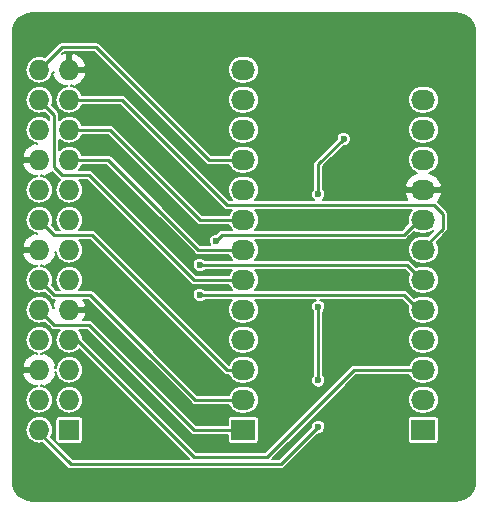
<source format=gtl>
G04 #@! TF.FileFunction,Copper,L1,Top,Signal*
%FSLAX46Y46*%
G04 Gerber Fmt 4.6, Leading zero omitted, Abs format (unit mm)*
G04 Created by KiCad (PCBNEW 4.0.1-stable) date Fri 15 Jan 2016 03:53:27 PM CST*
%MOMM*%
G01*
G04 APERTURE LIST*
%ADD10C,0.100000*%
%ADD11R,1.727200X1.727200*%
%ADD12O,1.727200X1.727200*%
%ADD13R,2.032000X1.727200*%
%ADD14O,2.032000X1.727200*%
%ADD15C,0.600000*%
%ADD16C,0.250000*%
%ADD17C,0.203200*%
G04 APERTURE END LIST*
D10*
D11*
X107696000Y-135636000D03*
D12*
X105156000Y-135636000D03*
X107696000Y-133096000D03*
X105156000Y-133096000D03*
X107696000Y-130556000D03*
X105156000Y-130556000D03*
X107696000Y-128016000D03*
X105156000Y-128016000D03*
X107696000Y-125476000D03*
X105156000Y-125476000D03*
X107696000Y-122936000D03*
X105156000Y-122936000D03*
X107696000Y-120396000D03*
X105156000Y-120396000D03*
X107696000Y-117856000D03*
X105156000Y-117856000D03*
X107696000Y-115316000D03*
X105156000Y-115316000D03*
X107696000Y-112776000D03*
X105156000Y-112776000D03*
X107696000Y-110236000D03*
X105156000Y-110236000D03*
X107696000Y-107696000D03*
X105156000Y-107696000D03*
X107696000Y-105156000D03*
X105156000Y-105156000D03*
D13*
X122428000Y-135636000D03*
D14*
X122428000Y-133096000D03*
X122428000Y-130556000D03*
X122428000Y-128016000D03*
X122428000Y-125476000D03*
X122428000Y-122936000D03*
X122428000Y-120396000D03*
X122428000Y-117856000D03*
X122428000Y-115316000D03*
X122428000Y-112776000D03*
X122428000Y-110236000D03*
X122428000Y-107696000D03*
X122428000Y-105156000D03*
D13*
X137668000Y-135636000D03*
D14*
X137668000Y-133096000D03*
X137668000Y-130556000D03*
X137668000Y-128016000D03*
X137668000Y-125476000D03*
X137668000Y-122936000D03*
X137668000Y-120396000D03*
X137668000Y-117856000D03*
X137668000Y-115316000D03*
X137668000Y-112776000D03*
X137668000Y-110236000D03*
X137668000Y-107696000D03*
D15*
X128778000Y-135382000D03*
X128778000Y-131445000D03*
X128778000Y-125222000D03*
X130937000Y-110998000D03*
X128778000Y-115697000D03*
X109728000Y-111506000D03*
X109728000Y-113411000D03*
X135509000Y-117856000D03*
X120142000Y-119634000D03*
X118745000Y-121666000D03*
X118745000Y-124206000D03*
D16*
X107823000Y-138557000D02*
X125603000Y-138557000D01*
X125603000Y-138557000D02*
X128778000Y-135382000D01*
X128778000Y-131445000D02*
X128778000Y-125222000D01*
X105156000Y-135890000D02*
X107823000Y-138557000D01*
X128778000Y-113157000D02*
X130937000Y-110998000D01*
X128778000Y-115697000D02*
X128778000Y-113157000D01*
X105156000Y-135636000D02*
X105156000Y-135890000D01*
X120650000Y-119126000D02*
X120142000Y-119634000D01*
X136017000Y-119126000D02*
X120650000Y-119126000D01*
X137287000Y-117856000D02*
X136017000Y-119126000D01*
X137668000Y-117856000D02*
X137287000Y-117856000D01*
X107696000Y-128016000D02*
X108331000Y-128016000D01*
X108331000Y-128016000D02*
X118237000Y-137922000D01*
X118237000Y-137922000D02*
X124460000Y-137922000D01*
X124460000Y-137922000D02*
X131826000Y-130556000D01*
X131826000Y-130556000D02*
X137668000Y-130556000D01*
X122428000Y-135636000D02*
X118237000Y-135636000D01*
X106426000Y-126746000D02*
X105156000Y-125476000D01*
X109347000Y-126746000D02*
X106426000Y-126746000D01*
X118237000Y-135636000D02*
X109347000Y-126746000D01*
X136271000Y-121666000D02*
X137541000Y-122936000D01*
X118745000Y-121666000D02*
X136271000Y-121666000D01*
X137541000Y-122936000D02*
X137668000Y-122936000D01*
X137668000Y-125476000D02*
X137287000Y-125476000D01*
X137287000Y-125476000D02*
X136017000Y-124206000D01*
X136017000Y-124206000D02*
X118745000Y-124206000D01*
X105156000Y-115316000D02*
X105491000Y-115316000D01*
X122428000Y-133096000D02*
X118364000Y-133096000D01*
X106426000Y-124206000D02*
X105156000Y-122936000D01*
X109474000Y-124206000D02*
X106426000Y-124206000D01*
X118364000Y-133096000D02*
X109474000Y-124206000D01*
X105156000Y-122936000D02*
X105436000Y-122936000D01*
X122428000Y-112776000D02*
X119507000Y-112776000D01*
X107061000Y-103251000D02*
X105156000Y-105156000D01*
X109982000Y-103251000D02*
X107061000Y-103251000D01*
X119507000Y-112776000D02*
X109982000Y-103251000D01*
X105156000Y-117856000D02*
X106426000Y-119126000D01*
X121031000Y-130556000D02*
X122428000Y-130556000D01*
X109601000Y-119126000D02*
X121031000Y-130556000D01*
X106426000Y-119126000D02*
X109601000Y-119126000D01*
X122428000Y-120396000D02*
X118618000Y-120396000D01*
X110998000Y-112776000D02*
X107696000Y-112776000D01*
X118618000Y-120396000D02*
X110998000Y-112776000D01*
X122428000Y-117856000D02*
X118745000Y-117856000D01*
X111125000Y-110236000D02*
X107696000Y-110236000D01*
X118745000Y-117856000D02*
X111125000Y-110236000D01*
X122428000Y-122936000D02*
X118237000Y-122936000D01*
X106426000Y-108966000D02*
X105156000Y-107696000D01*
X106426000Y-113411000D02*
X106426000Y-108966000D01*
X107061000Y-114046000D02*
X106426000Y-113411000D01*
X109347000Y-114046000D02*
X107061000Y-114046000D01*
X118237000Y-122936000D02*
X109347000Y-114046000D01*
X137668000Y-120396000D02*
X137668000Y-120269000D01*
X137668000Y-120269000D02*
X139319000Y-118618000D01*
X112141000Y-107696000D02*
X107696000Y-107696000D01*
X121031000Y-116586000D02*
X112141000Y-107696000D01*
X136271000Y-116586000D02*
X121031000Y-116586000D01*
X138557000Y-116586000D02*
X136271000Y-116586000D01*
X139319000Y-117348000D02*
X138557000Y-116586000D01*
X139319000Y-118618000D02*
X139319000Y-117348000D01*
X137668000Y-120396000D02*
X138049000Y-120396000D01*
D17*
G36*
X140774343Y-100412443D02*
X141076718Y-100503735D01*
X141355595Y-100652017D01*
X141600364Y-100851646D01*
X141801696Y-101095014D01*
X141951923Y-101372854D01*
X142045324Y-101674583D01*
X142080200Y-102006404D01*
X142080200Y-139981428D01*
X142047557Y-140314343D01*
X141956265Y-140616719D01*
X141807983Y-140895595D01*
X141608351Y-141140367D01*
X141364986Y-141341696D01*
X141087146Y-141491923D01*
X140785417Y-141585324D01*
X140453596Y-141620200D01*
X104558572Y-141620200D01*
X104225657Y-141587557D01*
X103923281Y-141496265D01*
X103644405Y-141347983D01*
X103399633Y-141148351D01*
X103198304Y-140904986D01*
X103048077Y-140627146D01*
X102954676Y-140325417D01*
X102919800Y-139993596D01*
X102919800Y-130176253D01*
X103732579Y-130176253D01*
X103843098Y-130403600D01*
X105003600Y-130403600D01*
X105003600Y-130383600D01*
X105308400Y-130383600D01*
X105308400Y-130403600D01*
X105328400Y-130403600D01*
X105328400Y-130708400D01*
X105308400Y-130708400D01*
X105308400Y-130728400D01*
X105003600Y-130728400D01*
X105003600Y-130708400D01*
X103843098Y-130708400D01*
X103732579Y-130935747D01*
X103834015Y-131206146D01*
X103986254Y-131451560D01*
X104183445Y-131662558D01*
X104418011Y-131831032D01*
X104680938Y-131950507D01*
X104776254Y-131979415D01*
X105003598Y-131867979D01*
X105003598Y-131936588D01*
X104937064Y-131942643D01*
X104718310Y-132007025D01*
X104516227Y-132112672D01*
X104338513Y-132255557D01*
X104191937Y-132430240D01*
X104082082Y-132630065D01*
X104013132Y-132847423D01*
X103987714Y-133074034D01*
X103987600Y-133090347D01*
X103987600Y-133101653D01*
X104009852Y-133328596D01*
X104075760Y-133546896D01*
X104182815Y-133748236D01*
X104326938Y-133924948D01*
X104502639Y-134070300D01*
X104703227Y-134178758D01*
X104921061Y-134246189D01*
X105147843Y-134270025D01*
X105374936Y-134249357D01*
X105593690Y-134184975D01*
X105795773Y-134079328D01*
X105973487Y-133936443D01*
X106120063Y-133761760D01*
X106229918Y-133561935D01*
X106298868Y-133344577D01*
X106324286Y-133117966D01*
X106324400Y-133101653D01*
X106324400Y-133090347D01*
X106527600Y-133090347D01*
X106527600Y-133101653D01*
X106549852Y-133328596D01*
X106615760Y-133546896D01*
X106722815Y-133748236D01*
X106866938Y-133924948D01*
X107042639Y-134070300D01*
X107243227Y-134178758D01*
X107461061Y-134246189D01*
X107687843Y-134270025D01*
X107914936Y-134249357D01*
X108133690Y-134184975D01*
X108335773Y-134079328D01*
X108513487Y-133936443D01*
X108660063Y-133761760D01*
X108769918Y-133561935D01*
X108838868Y-133344577D01*
X108864286Y-133117966D01*
X108864400Y-133101653D01*
X108864400Y-133090347D01*
X108842148Y-132863404D01*
X108776240Y-132645104D01*
X108669185Y-132443764D01*
X108525062Y-132267052D01*
X108349361Y-132121700D01*
X108148773Y-132013242D01*
X107930939Y-131945811D01*
X107704157Y-131921975D01*
X107477064Y-131942643D01*
X107258310Y-132007025D01*
X107056227Y-132112672D01*
X106878513Y-132255557D01*
X106731937Y-132430240D01*
X106622082Y-132630065D01*
X106553132Y-132847423D01*
X106527714Y-133074034D01*
X106527600Y-133090347D01*
X106324400Y-133090347D01*
X106302148Y-132863404D01*
X106236240Y-132645104D01*
X106129185Y-132443764D01*
X105985062Y-132267052D01*
X105809361Y-132121700D01*
X105608773Y-132013242D01*
X105390939Y-131945811D01*
X105308402Y-131937136D01*
X105308402Y-131867979D01*
X105535746Y-131979415D01*
X105631062Y-131950507D01*
X105893989Y-131831032D01*
X106128555Y-131662558D01*
X106325746Y-131451560D01*
X106477985Y-131206146D01*
X106579421Y-130935747D01*
X106468903Y-130708402D01*
X106541989Y-130708402D01*
X106549852Y-130788596D01*
X106615760Y-131006896D01*
X106722815Y-131208236D01*
X106866938Y-131384948D01*
X107042639Y-131530300D01*
X107243227Y-131638758D01*
X107461061Y-131706189D01*
X107687843Y-131730025D01*
X107914936Y-131709357D01*
X108133690Y-131644975D01*
X108335773Y-131539328D01*
X108513487Y-131396443D01*
X108660063Y-131221760D01*
X108769918Y-131021935D01*
X108838868Y-130804577D01*
X108864286Y-130577966D01*
X108864400Y-130561653D01*
X108864400Y-130550347D01*
X108842148Y-130323404D01*
X108776240Y-130105104D01*
X108669185Y-129903764D01*
X108525062Y-129727052D01*
X108349361Y-129581700D01*
X108148773Y-129473242D01*
X107930939Y-129405811D01*
X107704157Y-129381975D01*
X107477064Y-129402643D01*
X107258310Y-129467025D01*
X107056227Y-129572672D01*
X106878513Y-129715557D01*
X106731937Y-129890240D01*
X106622082Y-130090065D01*
X106553132Y-130307423D01*
X106542344Y-130403598D01*
X106468903Y-130403598D01*
X106579421Y-130176253D01*
X106477985Y-129905854D01*
X106325746Y-129660440D01*
X106128555Y-129449442D01*
X105893989Y-129280968D01*
X105631062Y-129161493D01*
X105535746Y-129132585D01*
X105308402Y-129244021D01*
X105308402Y-129175412D01*
X105374936Y-129169357D01*
X105593690Y-129104975D01*
X105795773Y-128999328D01*
X105973487Y-128856443D01*
X106120063Y-128681760D01*
X106229918Y-128481935D01*
X106298868Y-128264577D01*
X106324286Y-128037966D01*
X106324400Y-128021653D01*
X106324400Y-128010347D01*
X106302148Y-127783404D01*
X106236240Y-127565104D01*
X106129185Y-127363764D01*
X105985062Y-127187052D01*
X105809361Y-127041700D01*
X105608773Y-126933242D01*
X105390939Y-126865811D01*
X105164157Y-126841975D01*
X104937064Y-126862643D01*
X104718310Y-126927025D01*
X104516227Y-127032672D01*
X104338513Y-127175557D01*
X104191937Y-127350240D01*
X104082082Y-127550065D01*
X104013132Y-127767423D01*
X103987714Y-127994034D01*
X103987600Y-128010347D01*
X103987600Y-128021653D01*
X104009852Y-128248596D01*
X104075760Y-128466896D01*
X104182815Y-128668236D01*
X104326938Y-128844948D01*
X104502639Y-128990300D01*
X104703227Y-129098758D01*
X104921061Y-129166189D01*
X105003598Y-129174864D01*
X105003598Y-129244021D01*
X104776254Y-129132585D01*
X104680938Y-129161493D01*
X104418011Y-129280968D01*
X104183445Y-129449442D01*
X103986254Y-129660440D01*
X103834015Y-129905854D01*
X103732579Y-130176253D01*
X102919800Y-130176253D01*
X102919800Y-120016253D01*
X103732579Y-120016253D01*
X103843098Y-120243600D01*
X105003600Y-120243600D01*
X105003600Y-120223600D01*
X105308400Y-120223600D01*
X105308400Y-120243600D01*
X105328400Y-120243600D01*
X105328400Y-120548400D01*
X105308400Y-120548400D01*
X105308400Y-120568400D01*
X105003600Y-120568400D01*
X105003600Y-120548400D01*
X103843098Y-120548400D01*
X103732579Y-120775747D01*
X103834015Y-121046146D01*
X103986254Y-121291560D01*
X104183445Y-121502558D01*
X104418011Y-121671032D01*
X104680938Y-121790507D01*
X104776254Y-121819415D01*
X105003598Y-121707979D01*
X105003598Y-121776588D01*
X104937064Y-121782643D01*
X104718310Y-121847025D01*
X104516227Y-121952672D01*
X104338513Y-122095557D01*
X104191937Y-122270240D01*
X104082082Y-122470065D01*
X104013132Y-122687423D01*
X103987714Y-122914034D01*
X103987600Y-122930347D01*
X103987600Y-122941653D01*
X104009852Y-123168596D01*
X104075760Y-123386896D01*
X104182815Y-123588236D01*
X104326938Y-123764948D01*
X104502639Y-123910300D01*
X104703227Y-124018758D01*
X104921061Y-124086189D01*
X105147843Y-124110025D01*
X105374936Y-124089357D01*
X105593690Y-124024975D01*
X105622227Y-124010056D01*
X106122085Y-124509914D01*
X106152767Y-124535116D01*
X106183177Y-124560634D01*
X106185159Y-124561723D01*
X106186904Y-124563157D01*
X106221906Y-124581925D01*
X106256684Y-124601044D01*
X106258835Y-124601726D01*
X106260830Y-124602796D01*
X106298840Y-124614417D01*
X106336640Y-124626408D01*
X106338884Y-124626660D01*
X106341047Y-124627321D01*
X106380598Y-124631339D01*
X106419999Y-124635758D01*
X106424409Y-124635789D01*
X106424499Y-124635798D01*
X106424583Y-124635790D01*
X106426000Y-124635800D01*
X106491912Y-124635800D01*
X106374015Y-124825854D01*
X106272579Y-125096253D01*
X106383097Y-125323598D01*
X106310011Y-125323598D01*
X106302148Y-125243404D01*
X106236240Y-125025104D01*
X106129185Y-124823764D01*
X105985062Y-124647052D01*
X105809361Y-124501700D01*
X105608773Y-124393242D01*
X105390939Y-124325811D01*
X105164157Y-124301975D01*
X104937064Y-124322643D01*
X104718310Y-124387025D01*
X104516227Y-124492672D01*
X104338513Y-124635557D01*
X104191937Y-124810240D01*
X104082082Y-125010065D01*
X104013132Y-125227423D01*
X103987714Y-125454034D01*
X103987600Y-125470347D01*
X103987600Y-125481653D01*
X104009852Y-125708596D01*
X104075760Y-125926896D01*
X104182815Y-126128236D01*
X104326938Y-126304948D01*
X104502639Y-126450300D01*
X104703227Y-126558758D01*
X104921061Y-126626189D01*
X105147843Y-126650025D01*
X105374936Y-126629357D01*
X105593690Y-126564975D01*
X105622227Y-126550056D01*
X106122085Y-127049914D01*
X106152767Y-127075116D01*
X106183177Y-127100634D01*
X106185159Y-127101723D01*
X106186904Y-127103157D01*
X106221906Y-127121925D01*
X106256684Y-127141044D01*
X106258835Y-127141726D01*
X106260830Y-127142796D01*
X106298840Y-127154417D01*
X106336640Y-127166408D01*
X106338884Y-127166660D01*
X106341047Y-127167321D01*
X106380598Y-127171339D01*
X106419999Y-127175758D01*
X106424409Y-127175789D01*
X106424499Y-127175798D01*
X106424583Y-127175790D01*
X106426000Y-127175800D01*
X106878309Y-127175800D01*
X106731937Y-127350240D01*
X106622082Y-127550065D01*
X106553132Y-127767423D01*
X106527714Y-127994034D01*
X106527600Y-128010347D01*
X106527600Y-128021653D01*
X106549852Y-128248596D01*
X106615760Y-128466896D01*
X106722815Y-128668236D01*
X106866938Y-128844948D01*
X107042639Y-128990300D01*
X107243227Y-129098758D01*
X107461061Y-129166189D01*
X107687843Y-129190025D01*
X107914936Y-129169357D01*
X108133690Y-129104975D01*
X108335773Y-128999328D01*
X108513487Y-128856443D01*
X108536358Y-128829186D01*
X117834371Y-138127200D01*
X108001029Y-138127200D01*
X106139760Y-136265932D01*
X106229918Y-136101935D01*
X106298868Y-135884577D01*
X106324286Y-135657966D01*
X106324400Y-135641653D01*
X106324400Y-135630347D01*
X106302148Y-135403404D01*
X106236240Y-135185104D01*
X106129185Y-134983764D01*
X105985062Y-134807052D01*
X105943175Y-134772400D01*
X106526126Y-134772400D01*
X106526126Y-136499600D01*
X106529997Y-136548138D01*
X106555491Y-136630464D01*
X106602912Y-136702428D01*
X106668504Y-136758332D01*
X106747074Y-136793748D01*
X106832400Y-136805874D01*
X108559600Y-136805874D01*
X108608138Y-136802003D01*
X108690464Y-136776509D01*
X108762428Y-136729088D01*
X108818332Y-136663496D01*
X108853748Y-136584926D01*
X108865874Y-136499600D01*
X108865874Y-134772400D01*
X108862003Y-134723862D01*
X108836509Y-134641536D01*
X108789088Y-134569572D01*
X108723496Y-134513668D01*
X108644926Y-134478252D01*
X108559600Y-134466126D01*
X106832400Y-134466126D01*
X106783862Y-134469997D01*
X106701536Y-134495491D01*
X106629572Y-134542912D01*
X106573668Y-134608504D01*
X106538252Y-134687074D01*
X106526126Y-134772400D01*
X105943175Y-134772400D01*
X105809361Y-134661700D01*
X105608773Y-134553242D01*
X105390939Y-134485811D01*
X105164157Y-134461975D01*
X104937064Y-134482643D01*
X104718310Y-134547025D01*
X104516227Y-134652672D01*
X104338513Y-134795557D01*
X104191937Y-134970240D01*
X104082082Y-135170065D01*
X104013132Y-135387423D01*
X103987714Y-135614034D01*
X103987600Y-135630347D01*
X103987600Y-135641653D01*
X104009852Y-135868596D01*
X104075760Y-136086896D01*
X104182815Y-136288236D01*
X104326938Y-136464948D01*
X104502639Y-136610300D01*
X104703227Y-136718758D01*
X104921061Y-136786189D01*
X105147843Y-136810025D01*
X105374936Y-136789357D01*
X105431022Y-136772850D01*
X107519086Y-138860915D01*
X107549799Y-138886143D01*
X107580177Y-138911634D01*
X107582155Y-138912722D01*
X107583904Y-138914158D01*
X107618945Y-138932946D01*
X107653684Y-138952044D01*
X107655835Y-138952726D01*
X107657830Y-138953796D01*
X107695840Y-138965417D01*
X107733640Y-138977408D01*
X107735884Y-138977660D01*
X107738047Y-138978321D01*
X107777593Y-138982338D01*
X107816999Y-138986758D01*
X107821410Y-138986789D01*
X107821500Y-138986798D01*
X107821584Y-138986790D01*
X107823000Y-138986800D01*
X125603000Y-138986800D01*
X125642536Y-138982924D01*
X125682062Y-138979466D01*
X125684232Y-138978836D01*
X125686482Y-138978615D01*
X125724512Y-138967133D01*
X125762614Y-138956063D01*
X125764619Y-138955024D01*
X125766784Y-138954370D01*
X125801890Y-138935704D01*
X125837086Y-138917460D01*
X125838848Y-138916053D01*
X125840848Y-138914990D01*
X125871687Y-138889839D01*
X125902641Y-138865128D01*
X125905778Y-138862035D01*
X125905852Y-138861974D01*
X125905909Y-138861905D01*
X125906914Y-138860914D01*
X128780812Y-135987017D01*
X128824624Y-135987935D01*
X128941430Y-135967339D01*
X129052010Y-135924448D01*
X129152153Y-135860895D01*
X129238046Y-135779101D01*
X129306415Y-135682181D01*
X129354657Y-135573828D01*
X129380934Y-135458168D01*
X129382826Y-135322696D01*
X129359788Y-135206348D01*
X129314590Y-135096690D01*
X129248954Y-134997899D01*
X129165379Y-134913739D01*
X129067049Y-134847415D01*
X128957709Y-134801453D01*
X128841525Y-134777603D01*
X128722920Y-134776775D01*
X128606414Y-134799000D01*
X128496443Y-134843431D01*
X128397197Y-134908376D01*
X128312455Y-134991361D01*
X128245446Y-135089226D01*
X128198721Y-135198242D01*
X128174061Y-135314257D01*
X128173157Y-135379014D01*
X125424972Y-138127200D01*
X124862628Y-138127200D01*
X128217428Y-134772400D01*
X136345726Y-134772400D01*
X136345726Y-136499600D01*
X136349597Y-136548138D01*
X136375091Y-136630464D01*
X136422512Y-136702428D01*
X136488104Y-136758332D01*
X136566674Y-136793748D01*
X136652000Y-136805874D01*
X138684000Y-136805874D01*
X138732538Y-136802003D01*
X138814864Y-136776509D01*
X138886828Y-136729088D01*
X138942732Y-136663496D01*
X138978148Y-136584926D01*
X138990274Y-136499600D01*
X138990274Y-134772400D01*
X138986403Y-134723862D01*
X138960909Y-134641536D01*
X138913488Y-134569572D01*
X138847896Y-134513668D01*
X138769326Y-134478252D01*
X138684000Y-134466126D01*
X136652000Y-134466126D01*
X136603462Y-134469997D01*
X136521136Y-134495491D01*
X136449172Y-134542912D01*
X136393268Y-134608504D01*
X136357852Y-134687074D01*
X136345726Y-134772400D01*
X128217428Y-134772400D01*
X129901985Y-133087843D01*
X136340837Y-133087843D01*
X136361505Y-133314936D01*
X136425887Y-133533690D01*
X136531534Y-133735773D01*
X136674419Y-133913487D01*
X136849102Y-134060063D01*
X137048927Y-134169918D01*
X137266285Y-134238868D01*
X137492896Y-134264286D01*
X137509209Y-134264400D01*
X137826791Y-134264400D01*
X138053734Y-134242148D01*
X138272034Y-134176240D01*
X138473374Y-134069185D01*
X138650086Y-133925062D01*
X138795438Y-133749361D01*
X138903896Y-133548773D01*
X138971327Y-133330939D01*
X138995163Y-133104157D01*
X138974495Y-132877064D01*
X138910113Y-132658310D01*
X138804466Y-132456227D01*
X138661581Y-132278513D01*
X138486898Y-132131937D01*
X138287073Y-132022082D01*
X138069715Y-131953132D01*
X137843104Y-131927714D01*
X137826791Y-131927600D01*
X137509209Y-131927600D01*
X137282266Y-131949852D01*
X137063966Y-132015760D01*
X136862626Y-132122815D01*
X136685914Y-132266938D01*
X136540562Y-132442639D01*
X136432104Y-132643227D01*
X136364673Y-132861061D01*
X136340837Y-133087843D01*
X129901985Y-133087843D01*
X132004029Y-130985800D01*
X136423565Y-130985800D01*
X136425887Y-130993690D01*
X136531534Y-131195773D01*
X136674419Y-131373487D01*
X136849102Y-131520063D01*
X137048927Y-131629918D01*
X137266285Y-131698868D01*
X137492896Y-131724286D01*
X137509209Y-131724400D01*
X137826791Y-131724400D01*
X138053734Y-131702148D01*
X138272034Y-131636240D01*
X138473374Y-131529185D01*
X138650086Y-131385062D01*
X138795438Y-131209361D01*
X138903896Y-131008773D01*
X138971327Y-130790939D01*
X138995163Y-130564157D01*
X138974495Y-130337064D01*
X138910113Y-130118310D01*
X138804466Y-129916227D01*
X138661581Y-129738513D01*
X138486898Y-129591937D01*
X138287073Y-129482082D01*
X138069715Y-129413132D01*
X137843104Y-129387714D01*
X137826791Y-129387600D01*
X137509209Y-129387600D01*
X137282266Y-129409852D01*
X137063966Y-129475760D01*
X136862626Y-129582815D01*
X136685914Y-129726938D01*
X136540562Y-129902639D01*
X136432104Y-130103227D01*
X136424993Y-130126200D01*
X131826000Y-130126200D01*
X131786464Y-130130076D01*
X131746938Y-130133534D01*
X131744768Y-130134164D01*
X131742518Y-130134385D01*
X131704488Y-130145867D01*
X131666386Y-130156937D01*
X131664381Y-130157976D01*
X131662216Y-130158630D01*
X131627110Y-130177296D01*
X131591914Y-130195540D01*
X131590152Y-130196947D01*
X131588152Y-130198010D01*
X131557338Y-130223142D01*
X131526358Y-130247872D01*
X131523216Y-130250970D01*
X131523148Y-130251026D01*
X131523096Y-130251089D01*
X131522085Y-130252086D01*
X124281972Y-137492200D01*
X118415029Y-137492200D01*
X108856923Y-127934095D01*
X108842148Y-127783404D01*
X108776240Y-127565104D01*
X108669185Y-127363764D01*
X108525062Y-127187052D01*
X108511461Y-127175800D01*
X109168972Y-127175800D01*
X117933086Y-135939915D01*
X117963799Y-135965143D01*
X117994177Y-135990634D01*
X117996155Y-135991722D01*
X117997904Y-135993158D01*
X118032945Y-136011946D01*
X118067684Y-136031044D01*
X118069835Y-136031726D01*
X118071830Y-136032796D01*
X118109840Y-136044417D01*
X118147640Y-136056408D01*
X118149884Y-136056660D01*
X118152047Y-136057321D01*
X118191593Y-136061338D01*
X118230999Y-136065758D01*
X118235410Y-136065789D01*
X118235500Y-136065798D01*
X118235584Y-136065790D01*
X118237000Y-136065800D01*
X121105726Y-136065800D01*
X121105726Y-136499600D01*
X121109597Y-136548138D01*
X121135091Y-136630464D01*
X121182512Y-136702428D01*
X121248104Y-136758332D01*
X121326674Y-136793748D01*
X121412000Y-136805874D01*
X123444000Y-136805874D01*
X123492538Y-136802003D01*
X123574864Y-136776509D01*
X123646828Y-136729088D01*
X123702732Y-136663496D01*
X123738148Y-136584926D01*
X123750274Y-136499600D01*
X123750274Y-134772400D01*
X123746403Y-134723862D01*
X123720909Y-134641536D01*
X123673488Y-134569572D01*
X123607896Y-134513668D01*
X123529326Y-134478252D01*
X123444000Y-134466126D01*
X121412000Y-134466126D01*
X121363462Y-134469997D01*
X121281136Y-134495491D01*
X121209172Y-134542912D01*
X121153268Y-134608504D01*
X121117852Y-134687074D01*
X121105726Y-134772400D01*
X121105726Y-135206200D01*
X118415029Y-135206200D01*
X109650914Y-126442086D01*
X109620231Y-126416882D01*
X109589823Y-126391366D01*
X109587845Y-126390278D01*
X109586096Y-126388842D01*
X109551055Y-126370054D01*
X109516316Y-126350956D01*
X109514165Y-126350274D01*
X109512170Y-126349204D01*
X109474160Y-126337583D01*
X109436360Y-126325592D01*
X109434116Y-126325340D01*
X109431953Y-126324679D01*
X109392407Y-126320662D01*
X109353001Y-126316242D01*
X109348590Y-126316211D01*
X109348500Y-126316202D01*
X109348416Y-126316210D01*
X109347000Y-126316200D01*
X108900088Y-126316200D01*
X109017985Y-126126146D01*
X109119421Y-125855747D01*
X109008902Y-125628400D01*
X107848400Y-125628400D01*
X107848400Y-125648400D01*
X107543600Y-125648400D01*
X107543600Y-125628400D01*
X107523600Y-125628400D01*
X107523600Y-125323600D01*
X107543600Y-125323600D01*
X107543600Y-125303600D01*
X107848400Y-125303600D01*
X107848400Y-125323600D01*
X109008902Y-125323600D01*
X109119421Y-125096253D01*
X109017985Y-124825854D01*
X108900088Y-124635800D01*
X109295972Y-124635800D01*
X118060086Y-133399915D01*
X118090799Y-133425143D01*
X118121177Y-133450634D01*
X118123155Y-133451722D01*
X118124904Y-133453158D01*
X118159945Y-133471946D01*
X118194684Y-133491044D01*
X118196835Y-133491726D01*
X118198830Y-133492796D01*
X118236840Y-133504417D01*
X118274640Y-133516408D01*
X118276884Y-133516660D01*
X118279047Y-133517321D01*
X118318593Y-133521338D01*
X118357999Y-133525758D01*
X118362410Y-133525789D01*
X118362500Y-133525798D01*
X118362584Y-133525790D01*
X118364000Y-133525800D01*
X121183565Y-133525800D01*
X121185887Y-133533690D01*
X121291534Y-133735773D01*
X121434419Y-133913487D01*
X121609102Y-134060063D01*
X121808927Y-134169918D01*
X122026285Y-134238868D01*
X122252896Y-134264286D01*
X122269209Y-134264400D01*
X122586791Y-134264400D01*
X122813734Y-134242148D01*
X123032034Y-134176240D01*
X123233374Y-134069185D01*
X123410086Y-133925062D01*
X123555438Y-133749361D01*
X123663896Y-133548773D01*
X123731327Y-133330939D01*
X123755163Y-133104157D01*
X123734495Y-132877064D01*
X123670113Y-132658310D01*
X123564466Y-132456227D01*
X123421581Y-132278513D01*
X123246898Y-132131937D01*
X123047073Y-132022082D01*
X122829715Y-131953132D01*
X122603104Y-131927714D01*
X122586791Y-131927600D01*
X122269209Y-131927600D01*
X122042266Y-131949852D01*
X121823966Y-132015760D01*
X121622626Y-132122815D01*
X121445914Y-132266938D01*
X121300562Y-132442639D01*
X121192104Y-132643227D01*
X121184993Y-132666200D01*
X118542029Y-132666200D01*
X109777914Y-123902086D01*
X109747231Y-123876882D01*
X109716823Y-123851366D01*
X109714845Y-123850278D01*
X109713096Y-123848842D01*
X109678055Y-123830054D01*
X109643316Y-123810956D01*
X109641165Y-123810274D01*
X109639170Y-123809204D01*
X109601160Y-123797583D01*
X109563360Y-123785592D01*
X109561116Y-123785340D01*
X109558953Y-123784679D01*
X109519407Y-123780662D01*
X109480001Y-123776242D01*
X109475590Y-123776211D01*
X109475500Y-123776202D01*
X109475416Y-123776210D01*
X109474000Y-123776200D01*
X108513691Y-123776200D01*
X108660063Y-123601760D01*
X108769918Y-123401935D01*
X108838868Y-123184577D01*
X108864286Y-122957966D01*
X108864400Y-122941653D01*
X108864400Y-122930347D01*
X108842148Y-122703404D01*
X108776240Y-122485104D01*
X108669185Y-122283764D01*
X108525062Y-122107052D01*
X108349361Y-121961700D01*
X108148773Y-121853242D01*
X107930939Y-121785811D01*
X107704157Y-121761975D01*
X107477064Y-121782643D01*
X107258310Y-121847025D01*
X107056227Y-121952672D01*
X106878513Y-122095557D01*
X106731937Y-122270240D01*
X106622082Y-122470065D01*
X106553132Y-122687423D01*
X106527714Y-122914034D01*
X106527600Y-122930347D01*
X106527600Y-122941653D01*
X106549852Y-123168596D01*
X106615760Y-123386896D01*
X106722815Y-123588236D01*
X106866938Y-123764948D01*
X106880539Y-123776200D01*
X106604029Y-123776200D01*
X106229863Y-123402035D01*
X106229918Y-123401935D01*
X106298868Y-123184577D01*
X106324286Y-122957966D01*
X106324400Y-122941653D01*
X106324400Y-122930347D01*
X106302148Y-122703404D01*
X106236240Y-122485104D01*
X106129185Y-122283764D01*
X105985062Y-122107052D01*
X105809361Y-121961700D01*
X105608773Y-121853242D01*
X105390939Y-121785811D01*
X105308402Y-121777136D01*
X105308402Y-121707979D01*
X105535746Y-121819415D01*
X105631062Y-121790507D01*
X105893989Y-121671032D01*
X106128555Y-121502558D01*
X106325746Y-121291560D01*
X106477985Y-121046146D01*
X106579421Y-120775747D01*
X106468903Y-120548402D01*
X106541989Y-120548402D01*
X106549852Y-120628596D01*
X106615760Y-120846896D01*
X106722815Y-121048236D01*
X106866938Y-121224948D01*
X107042639Y-121370300D01*
X107243227Y-121478758D01*
X107461061Y-121546189D01*
X107687843Y-121570025D01*
X107914936Y-121549357D01*
X108133690Y-121484975D01*
X108335773Y-121379328D01*
X108513487Y-121236443D01*
X108660063Y-121061760D01*
X108769918Y-120861935D01*
X108838868Y-120644577D01*
X108864286Y-120417966D01*
X108864400Y-120401653D01*
X108864400Y-120390347D01*
X108842148Y-120163404D01*
X108776240Y-119945104D01*
X108669185Y-119743764D01*
X108525062Y-119567052D01*
X108511461Y-119555800D01*
X109422972Y-119555800D01*
X120727085Y-130859914D01*
X120757793Y-130885139D01*
X120788177Y-130910634D01*
X120790155Y-130911722D01*
X120791904Y-130913158D01*
X120826945Y-130931946D01*
X120861684Y-130951044D01*
X120863835Y-130951726D01*
X120865830Y-130952796D01*
X120903840Y-130964417D01*
X120941640Y-130976408D01*
X120943884Y-130976660D01*
X120946047Y-130977321D01*
X120985593Y-130981338D01*
X121024999Y-130985758D01*
X121029410Y-130985789D01*
X121029500Y-130985798D01*
X121029584Y-130985790D01*
X121031000Y-130985800D01*
X121183565Y-130985800D01*
X121185887Y-130993690D01*
X121291534Y-131195773D01*
X121434419Y-131373487D01*
X121609102Y-131520063D01*
X121808927Y-131629918D01*
X122026285Y-131698868D01*
X122252896Y-131724286D01*
X122269209Y-131724400D01*
X122586791Y-131724400D01*
X122813734Y-131702148D01*
X123032034Y-131636240D01*
X123233374Y-131529185D01*
X123410086Y-131385062D01*
X123555438Y-131209361D01*
X123663896Y-131008773D01*
X123731327Y-130790939D01*
X123755163Y-130564157D01*
X123734495Y-130337064D01*
X123670113Y-130118310D01*
X123564466Y-129916227D01*
X123421581Y-129738513D01*
X123246898Y-129591937D01*
X123047073Y-129482082D01*
X122829715Y-129413132D01*
X122603104Y-129387714D01*
X122586791Y-129387600D01*
X122269209Y-129387600D01*
X122042266Y-129409852D01*
X121823966Y-129475760D01*
X121622626Y-129582815D01*
X121445914Y-129726938D01*
X121300562Y-129902639D01*
X121192104Y-130103227D01*
X121190674Y-130107845D01*
X119090672Y-128007843D01*
X121100837Y-128007843D01*
X121121505Y-128234936D01*
X121185887Y-128453690D01*
X121291534Y-128655773D01*
X121434419Y-128833487D01*
X121609102Y-128980063D01*
X121808927Y-129089918D01*
X122026285Y-129158868D01*
X122252896Y-129184286D01*
X122269209Y-129184400D01*
X122586791Y-129184400D01*
X122813734Y-129162148D01*
X123032034Y-129096240D01*
X123233374Y-128989185D01*
X123410086Y-128845062D01*
X123555438Y-128669361D01*
X123663896Y-128468773D01*
X123731327Y-128250939D01*
X123755163Y-128024157D01*
X123734495Y-127797064D01*
X123670113Y-127578310D01*
X123564466Y-127376227D01*
X123421581Y-127198513D01*
X123246898Y-127051937D01*
X123047073Y-126942082D01*
X122829715Y-126873132D01*
X122603104Y-126847714D01*
X122586791Y-126847600D01*
X122269209Y-126847600D01*
X122042266Y-126869852D01*
X121823966Y-126935760D01*
X121622626Y-127042815D01*
X121445914Y-127186938D01*
X121300562Y-127362639D01*
X121192104Y-127563227D01*
X121124673Y-127781061D01*
X121100837Y-128007843D01*
X119090672Y-128007843D01*
X109904914Y-118822086D01*
X109874231Y-118796882D01*
X109843823Y-118771366D01*
X109841845Y-118770278D01*
X109840096Y-118768842D01*
X109805055Y-118750054D01*
X109770316Y-118730956D01*
X109768165Y-118730274D01*
X109766170Y-118729204D01*
X109728160Y-118717583D01*
X109690360Y-118705592D01*
X109688116Y-118705340D01*
X109685953Y-118704679D01*
X109646407Y-118700662D01*
X109607001Y-118696242D01*
X109602590Y-118696211D01*
X109602500Y-118696202D01*
X109602416Y-118696210D01*
X109601000Y-118696200D01*
X108513691Y-118696200D01*
X108660063Y-118521760D01*
X108769918Y-118321935D01*
X108838868Y-118104577D01*
X108864286Y-117877966D01*
X108864400Y-117861653D01*
X108864400Y-117850347D01*
X108842148Y-117623404D01*
X108776240Y-117405104D01*
X108669185Y-117203764D01*
X108525062Y-117027052D01*
X108349361Y-116881700D01*
X108148773Y-116773242D01*
X107930939Y-116705811D01*
X107704157Y-116681975D01*
X107477064Y-116702643D01*
X107258310Y-116767025D01*
X107056227Y-116872672D01*
X106878513Y-117015557D01*
X106731937Y-117190240D01*
X106622082Y-117390065D01*
X106553132Y-117607423D01*
X106527714Y-117834034D01*
X106527600Y-117850347D01*
X106527600Y-117861653D01*
X106549852Y-118088596D01*
X106615760Y-118306896D01*
X106722815Y-118508236D01*
X106866938Y-118684948D01*
X106880539Y-118696200D01*
X106604029Y-118696200D01*
X106229863Y-118322035D01*
X106229918Y-118321935D01*
X106298868Y-118104577D01*
X106324286Y-117877966D01*
X106324400Y-117861653D01*
X106324400Y-117850347D01*
X106302148Y-117623404D01*
X106236240Y-117405104D01*
X106129185Y-117203764D01*
X105985062Y-117027052D01*
X105809361Y-116881700D01*
X105608773Y-116773242D01*
X105390939Y-116705811D01*
X105164157Y-116681975D01*
X104937064Y-116702643D01*
X104718310Y-116767025D01*
X104516227Y-116872672D01*
X104338513Y-117015557D01*
X104191937Y-117190240D01*
X104082082Y-117390065D01*
X104013132Y-117607423D01*
X103987714Y-117834034D01*
X103987600Y-117850347D01*
X103987600Y-117861653D01*
X104009852Y-118088596D01*
X104075760Y-118306896D01*
X104182815Y-118508236D01*
X104326938Y-118684948D01*
X104502639Y-118830300D01*
X104703227Y-118938758D01*
X104921061Y-119006189D01*
X105003598Y-119014864D01*
X105003598Y-119084021D01*
X104776254Y-118972585D01*
X104680938Y-119001493D01*
X104418011Y-119120968D01*
X104183445Y-119289442D01*
X103986254Y-119500440D01*
X103834015Y-119745854D01*
X103732579Y-120016253D01*
X102919800Y-120016253D01*
X102919800Y-112396253D01*
X103732579Y-112396253D01*
X103843098Y-112623600D01*
X105003600Y-112623600D01*
X105003600Y-112603600D01*
X105308400Y-112603600D01*
X105308400Y-112623600D01*
X105328400Y-112623600D01*
X105328400Y-112928400D01*
X105308400Y-112928400D01*
X105308400Y-112948400D01*
X105003600Y-112948400D01*
X105003600Y-112928400D01*
X103843098Y-112928400D01*
X103732579Y-113155747D01*
X103834015Y-113426146D01*
X103986254Y-113671560D01*
X104183445Y-113882558D01*
X104418011Y-114051032D01*
X104680938Y-114170507D01*
X104776254Y-114199415D01*
X105003598Y-114087979D01*
X105003598Y-114156588D01*
X104937064Y-114162643D01*
X104718310Y-114227025D01*
X104516227Y-114332672D01*
X104338513Y-114475557D01*
X104191937Y-114650240D01*
X104082082Y-114850065D01*
X104013132Y-115067423D01*
X103987714Y-115294034D01*
X103987600Y-115310347D01*
X103987600Y-115321653D01*
X104009852Y-115548596D01*
X104075760Y-115766896D01*
X104182815Y-115968236D01*
X104326938Y-116144948D01*
X104502639Y-116290300D01*
X104703227Y-116398758D01*
X104921061Y-116466189D01*
X105147843Y-116490025D01*
X105374936Y-116469357D01*
X105593690Y-116404975D01*
X105795773Y-116299328D01*
X105973487Y-116156443D01*
X106120063Y-115981760D01*
X106229918Y-115781935D01*
X106298868Y-115564577D01*
X106324286Y-115337966D01*
X106324400Y-115321653D01*
X106324400Y-115310347D01*
X106302148Y-115083404D01*
X106236240Y-114865104D01*
X106129185Y-114663764D01*
X105985062Y-114487052D01*
X105809361Y-114341700D01*
X105608773Y-114233242D01*
X105390939Y-114165811D01*
X105308402Y-114157136D01*
X105308402Y-114087979D01*
X105535746Y-114199415D01*
X105631062Y-114170507D01*
X105893989Y-114051032D01*
X106128555Y-113882558D01*
X106206417Y-113799245D01*
X106757086Y-114349915D01*
X106787799Y-114375143D01*
X106818177Y-114400634D01*
X106820155Y-114401722D01*
X106821904Y-114403158D01*
X106856945Y-114421946D01*
X106891684Y-114441044D01*
X106893835Y-114441726D01*
X106895830Y-114442796D01*
X106912805Y-114447986D01*
X106878513Y-114475557D01*
X106731937Y-114650240D01*
X106622082Y-114850065D01*
X106553132Y-115067423D01*
X106527714Y-115294034D01*
X106527600Y-115310347D01*
X106527600Y-115321653D01*
X106549852Y-115548596D01*
X106615760Y-115766896D01*
X106722815Y-115968236D01*
X106866938Y-116144948D01*
X107042639Y-116290300D01*
X107243227Y-116398758D01*
X107461061Y-116466189D01*
X107687843Y-116490025D01*
X107914936Y-116469357D01*
X108133690Y-116404975D01*
X108335773Y-116299328D01*
X108513487Y-116156443D01*
X108660063Y-115981760D01*
X108769918Y-115781935D01*
X108838868Y-115564577D01*
X108864286Y-115337966D01*
X108864400Y-115321653D01*
X108864400Y-115310347D01*
X108842148Y-115083404D01*
X108776240Y-114865104D01*
X108669185Y-114663764D01*
X108525062Y-114487052D01*
X108511461Y-114475800D01*
X109168972Y-114475800D01*
X117933086Y-123239915D01*
X117963799Y-123265143D01*
X117994177Y-123290634D01*
X117996155Y-123291722D01*
X117997904Y-123293158D01*
X118032945Y-123311946D01*
X118067684Y-123331044D01*
X118069835Y-123331726D01*
X118071830Y-123332796D01*
X118109840Y-123344417D01*
X118147640Y-123356408D01*
X118149884Y-123356660D01*
X118152047Y-123357321D01*
X118191593Y-123361338D01*
X118230999Y-123365758D01*
X118235410Y-123365789D01*
X118235500Y-123365798D01*
X118235584Y-123365790D01*
X118237000Y-123365800D01*
X121183565Y-123365800D01*
X121185887Y-123373690D01*
X121291534Y-123575773D01*
X121434419Y-123753487D01*
X121461487Y-123776200D01*
X119170573Y-123776200D01*
X119132379Y-123737739D01*
X119034049Y-123671415D01*
X118924709Y-123625453D01*
X118808525Y-123601603D01*
X118689920Y-123600775D01*
X118573414Y-123623000D01*
X118463443Y-123667431D01*
X118364197Y-123732376D01*
X118279455Y-123815361D01*
X118212446Y-123913226D01*
X118165721Y-124022242D01*
X118141061Y-124138257D01*
X118139405Y-124256853D01*
X118160816Y-124373512D01*
X118204479Y-124483790D01*
X118268729Y-124583488D01*
X118351121Y-124668807D01*
X118448515Y-124736497D01*
X118557202Y-124783982D01*
X118673043Y-124809451D01*
X118791624Y-124811935D01*
X118908430Y-124791339D01*
X119019010Y-124748448D01*
X119119153Y-124684895D01*
X119170708Y-124635800D01*
X121459571Y-124635800D01*
X121445914Y-124646938D01*
X121300562Y-124822639D01*
X121192104Y-125023227D01*
X121124673Y-125241061D01*
X121100837Y-125467843D01*
X121121505Y-125694936D01*
X121185887Y-125913690D01*
X121291534Y-126115773D01*
X121434419Y-126293487D01*
X121609102Y-126440063D01*
X121808927Y-126549918D01*
X122026285Y-126618868D01*
X122252896Y-126644286D01*
X122269209Y-126644400D01*
X122586791Y-126644400D01*
X122813734Y-126622148D01*
X123032034Y-126556240D01*
X123233374Y-126449185D01*
X123410086Y-126305062D01*
X123555438Y-126129361D01*
X123663896Y-125928773D01*
X123731327Y-125710939D01*
X123755163Y-125484157D01*
X123734495Y-125257064D01*
X123670113Y-125038310D01*
X123564466Y-124836227D01*
X123421581Y-124658513D01*
X123394513Y-124635800D01*
X128623189Y-124635800D01*
X128606414Y-124639000D01*
X128496443Y-124683431D01*
X128397197Y-124748376D01*
X128312455Y-124831361D01*
X128245446Y-124929226D01*
X128198721Y-125038242D01*
X128174061Y-125154257D01*
X128172405Y-125272853D01*
X128193816Y-125389512D01*
X128237479Y-125499790D01*
X128301729Y-125599488D01*
X128348200Y-125647610D01*
X128348200Y-131019357D01*
X128312455Y-131054361D01*
X128245446Y-131152226D01*
X128198721Y-131261242D01*
X128174061Y-131377257D01*
X128172405Y-131495853D01*
X128193816Y-131612512D01*
X128237479Y-131722790D01*
X128301729Y-131822488D01*
X128384121Y-131907807D01*
X128481515Y-131975497D01*
X128590202Y-132022982D01*
X128706043Y-132048451D01*
X128824624Y-132050935D01*
X128941430Y-132030339D01*
X129052010Y-131987448D01*
X129152153Y-131923895D01*
X129238046Y-131842101D01*
X129306415Y-131745181D01*
X129354657Y-131636828D01*
X129380934Y-131521168D01*
X129382826Y-131385696D01*
X129359788Y-131269348D01*
X129314590Y-131159690D01*
X129248954Y-131060899D01*
X129207800Y-131019457D01*
X129207800Y-128007843D01*
X136340837Y-128007843D01*
X136361505Y-128234936D01*
X136425887Y-128453690D01*
X136531534Y-128655773D01*
X136674419Y-128833487D01*
X136849102Y-128980063D01*
X137048927Y-129089918D01*
X137266285Y-129158868D01*
X137492896Y-129184286D01*
X137509209Y-129184400D01*
X137826791Y-129184400D01*
X138053734Y-129162148D01*
X138272034Y-129096240D01*
X138473374Y-128989185D01*
X138650086Y-128845062D01*
X138795438Y-128669361D01*
X138903896Y-128468773D01*
X138971327Y-128250939D01*
X138995163Y-128024157D01*
X138974495Y-127797064D01*
X138910113Y-127578310D01*
X138804466Y-127376227D01*
X138661581Y-127198513D01*
X138486898Y-127051937D01*
X138287073Y-126942082D01*
X138069715Y-126873132D01*
X137843104Y-126847714D01*
X137826791Y-126847600D01*
X137509209Y-126847600D01*
X137282266Y-126869852D01*
X137063966Y-126935760D01*
X136862626Y-127042815D01*
X136685914Y-127186938D01*
X136540562Y-127362639D01*
X136432104Y-127563227D01*
X136364673Y-127781061D01*
X136340837Y-128007843D01*
X129207800Y-128007843D01*
X129207800Y-125647904D01*
X129238046Y-125619101D01*
X129306415Y-125522181D01*
X129354657Y-125413828D01*
X129380934Y-125298168D01*
X129382826Y-125162696D01*
X129359788Y-125046348D01*
X129314590Y-124936690D01*
X129248954Y-124837899D01*
X129165379Y-124753739D01*
X129067049Y-124687415D01*
X128957709Y-124641453D01*
X128930171Y-124635800D01*
X135838972Y-124635800D01*
X136383479Y-125180308D01*
X136364673Y-125241061D01*
X136340837Y-125467843D01*
X136361505Y-125694936D01*
X136425887Y-125913690D01*
X136531534Y-126115773D01*
X136674419Y-126293487D01*
X136849102Y-126440063D01*
X137048927Y-126549918D01*
X137266285Y-126618868D01*
X137492896Y-126644286D01*
X137509209Y-126644400D01*
X137826791Y-126644400D01*
X138053734Y-126622148D01*
X138272034Y-126556240D01*
X138473374Y-126449185D01*
X138650086Y-126305062D01*
X138795438Y-126129361D01*
X138903896Y-125928773D01*
X138971327Y-125710939D01*
X138995163Y-125484157D01*
X138974495Y-125257064D01*
X138910113Y-125038310D01*
X138804466Y-124836227D01*
X138661581Y-124658513D01*
X138486898Y-124511937D01*
X138287073Y-124402082D01*
X138069715Y-124333132D01*
X137843104Y-124307714D01*
X137826791Y-124307600D01*
X137509209Y-124307600D01*
X137282266Y-124329852D01*
X137063966Y-124395760D01*
X136901156Y-124482328D01*
X136320914Y-123902086D01*
X136290231Y-123876882D01*
X136259823Y-123851366D01*
X136257845Y-123850278D01*
X136256096Y-123848842D01*
X136221055Y-123830054D01*
X136186316Y-123810956D01*
X136184165Y-123810274D01*
X136182170Y-123809204D01*
X136144160Y-123797583D01*
X136106360Y-123785592D01*
X136104116Y-123785340D01*
X136101953Y-123784679D01*
X136062407Y-123780662D01*
X136023001Y-123776242D01*
X136018590Y-123776211D01*
X136018500Y-123776202D01*
X136018416Y-123776210D01*
X136017000Y-123776200D01*
X123396429Y-123776200D01*
X123410086Y-123765062D01*
X123555438Y-123589361D01*
X123663896Y-123388773D01*
X123731327Y-123170939D01*
X123755163Y-122944157D01*
X123734495Y-122717064D01*
X123670113Y-122498310D01*
X123564466Y-122296227D01*
X123421581Y-122118513D01*
X123394513Y-122095800D01*
X136092972Y-122095800D01*
X136449053Y-122451881D01*
X136432104Y-122483227D01*
X136364673Y-122701061D01*
X136340837Y-122927843D01*
X136361505Y-123154936D01*
X136425887Y-123373690D01*
X136531534Y-123575773D01*
X136674419Y-123753487D01*
X136849102Y-123900063D01*
X137048927Y-124009918D01*
X137266285Y-124078868D01*
X137492896Y-124104286D01*
X137509209Y-124104400D01*
X137826791Y-124104400D01*
X138053734Y-124082148D01*
X138272034Y-124016240D01*
X138473374Y-123909185D01*
X138650086Y-123765062D01*
X138795438Y-123589361D01*
X138903896Y-123388773D01*
X138971327Y-123170939D01*
X138995163Y-122944157D01*
X138974495Y-122717064D01*
X138910113Y-122498310D01*
X138804466Y-122296227D01*
X138661581Y-122118513D01*
X138486898Y-121971937D01*
X138287073Y-121862082D01*
X138069715Y-121793132D01*
X137843104Y-121767714D01*
X137826791Y-121767600D01*
X137509209Y-121767600D01*
X137282266Y-121789852D01*
X137067516Y-121854688D01*
X136574914Y-121362086D01*
X136544231Y-121336882D01*
X136513823Y-121311366D01*
X136511845Y-121310278D01*
X136510096Y-121308842D01*
X136475055Y-121290054D01*
X136440316Y-121270956D01*
X136438165Y-121270274D01*
X136436170Y-121269204D01*
X136398160Y-121257583D01*
X136360360Y-121245592D01*
X136358116Y-121245340D01*
X136355953Y-121244679D01*
X136316407Y-121240662D01*
X136277001Y-121236242D01*
X136272590Y-121236211D01*
X136272500Y-121236202D01*
X136272416Y-121236210D01*
X136271000Y-121236200D01*
X123396429Y-121236200D01*
X123410086Y-121225062D01*
X123555438Y-121049361D01*
X123663896Y-120848773D01*
X123731327Y-120630939D01*
X123755163Y-120404157D01*
X123734495Y-120177064D01*
X123670113Y-119958310D01*
X123564466Y-119756227D01*
X123421581Y-119578513D01*
X123394513Y-119555800D01*
X136017000Y-119555800D01*
X136056536Y-119551924D01*
X136096062Y-119548466D01*
X136098232Y-119547836D01*
X136100482Y-119547615D01*
X136138512Y-119536133D01*
X136176614Y-119525063D01*
X136178619Y-119524024D01*
X136180784Y-119523370D01*
X136215890Y-119504704D01*
X136251086Y-119486460D01*
X136252848Y-119485053D01*
X136254848Y-119483990D01*
X136285687Y-119458839D01*
X136316641Y-119434128D01*
X136319778Y-119431035D01*
X136319852Y-119430974D01*
X136319909Y-119430905D01*
X136320914Y-119429914D01*
X136901796Y-118849032D01*
X137048927Y-118929918D01*
X137266285Y-118998868D01*
X137492896Y-119024286D01*
X137509209Y-119024400D01*
X137826791Y-119024400D01*
X138053734Y-119002148D01*
X138272034Y-118936240D01*
X138473374Y-118829185D01*
X138617677Y-118711494D01*
X138074516Y-119254655D01*
X138069715Y-119253132D01*
X137843104Y-119227714D01*
X137826791Y-119227600D01*
X137509209Y-119227600D01*
X137282266Y-119249852D01*
X137063966Y-119315760D01*
X136862626Y-119422815D01*
X136685914Y-119566938D01*
X136540562Y-119742639D01*
X136432104Y-119943227D01*
X136364673Y-120161061D01*
X136340837Y-120387843D01*
X136361505Y-120614936D01*
X136425887Y-120833690D01*
X136531534Y-121035773D01*
X136674419Y-121213487D01*
X136849102Y-121360063D01*
X137048927Y-121469918D01*
X137266285Y-121538868D01*
X137492896Y-121564286D01*
X137509209Y-121564400D01*
X137826791Y-121564400D01*
X138053734Y-121542148D01*
X138272034Y-121476240D01*
X138473374Y-121369185D01*
X138650086Y-121225062D01*
X138795438Y-121049361D01*
X138903896Y-120848773D01*
X138971327Y-120630939D01*
X138995163Y-120404157D01*
X138974495Y-120177064D01*
X138910113Y-119958310D01*
X138804466Y-119756227D01*
X138797395Y-119747433D01*
X139622915Y-118921914D01*
X139648143Y-118891201D01*
X139673634Y-118860823D01*
X139674722Y-118858845D01*
X139676158Y-118857096D01*
X139694946Y-118822055D01*
X139714044Y-118787316D01*
X139714726Y-118785165D01*
X139715796Y-118783170D01*
X139727417Y-118745160D01*
X139739408Y-118707360D01*
X139739660Y-118705116D01*
X139740321Y-118702953D01*
X139744338Y-118663407D01*
X139748758Y-118624001D01*
X139748789Y-118619590D01*
X139748798Y-118619500D01*
X139748790Y-118619416D01*
X139748800Y-118618000D01*
X139748800Y-117348000D01*
X139744924Y-117308464D01*
X139741466Y-117268938D01*
X139740836Y-117266768D01*
X139740615Y-117264518D01*
X139729133Y-117226488D01*
X139718063Y-117188386D01*
X139717024Y-117186381D01*
X139716370Y-117184216D01*
X139697725Y-117149149D01*
X139679461Y-117113914D01*
X139678051Y-117112148D01*
X139676990Y-117110152D01*
X139651861Y-117079341D01*
X139627128Y-117048359D01*
X139624031Y-117045218D01*
X139623974Y-117045148D01*
X139623909Y-117045095D01*
X139622915Y-117044086D01*
X138893914Y-116315086D01*
X139012243Y-116181926D01*
X139158276Y-115932770D01*
X139243815Y-115695746D01*
X139132378Y-115468400D01*
X137820400Y-115468400D01*
X137820400Y-115488400D01*
X137515600Y-115488400D01*
X137515600Y-115468400D01*
X136203622Y-115468400D01*
X136092185Y-115695746D01*
X136177724Y-115932770D01*
X136308679Y-116156200D01*
X129172835Y-116156200D01*
X129238046Y-116094101D01*
X129306415Y-115997181D01*
X129354657Y-115888828D01*
X129380934Y-115773168D01*
X129382826Y-115637696D01*
X129359788Y-115521348D01*
X129314590Y-115411690D01*
X129248954Y-115312899D01*
X129207800Y-115271457D01*
X129207800Y-114936254D01*
X136092185Y-114936254D01*
X136203622Y-115163600D01*
X137515600Y-115163600D01*
X137515600Y-115143600D01*
X137820400Y-115143600D01*
X137820400Y-115163600D01*
X139132378Y-115163600D01*
X139243815Y-114936254D01*
X139158276Y-114699230D01*
X139012243Y-114450074D01*
X138820408Y-114234196D01*
X138590144Y-114059891D01*
X138330299Y-113933857D01*
X138161149Y-113889718D01*
X138272034Y-113856240D01*
X138473374Y-113749185D01*
X138650086Y-113605062D01*
X138795438Y-113429361D01*
X138903896Y-113228773D01*
X138971327Y-113010939D01*
X138995163Y-112784157D01*
X138974495Y-112557064D01*
X138910113Y-112338310D01*
X138804466Y-112136227D01*
X138661581Y-111958513D01*
X138486898Y-111811937D01*
X138287073Y-111702082D01*
X138069715Y-111633132D01*
X137843104Y-111607714D01*
X137826791Y-111607600D01*
X137509209Y-111607600D01*
X137282266Y-111629852D01*
X137063966Y-111695760D01*
X136862626Y-111802815D01*
X136685914Y-111946938D01*
X136540562Y-112122639D01*
X136432104Y-112323227D01*
X136364673Y-112541061D01*
X136340837Y-112767843D01*
X136361505Y-112994936D01*
X136425887Y-113213690D01*
X136531534Y-113415773D01*
X136674419Y-113593487D01*
X136849102Y-113740063D01*
X137048927Y-113849918D01*
X137174599Y-113889784D01*
X137005701Y-113933857D01*
X136745856Y-114059891D01*
X136515592Y-114234196D01*
X136323757Y-114450074D01*
X136177724Y-114699230D01*
X136092185Y-114936254D01*
X129207800Y-114936254D01*
X129207800Y-113335028D01*
X130939812Y-111603017D01*
X130983624Y-111603935D01*
X131100430Y-111583339D01*
X131211010Y-111540448D01*
X131311153Y-111476895D01*
X131397046Y-111395101D01*
X131465415Y-111298181D01*
X131513657Y-111189828D01*
X131539934Y-111074168D01*
X131541826Y-110938696D01*
X131518788Y-110822348D01*
X131473590Y-110712690D01*
X131407954Y-110613899D01*
X131324379Y-110529739D01*
X131226049Y-110463415D01*
X131116709Y-110417453D01*
X131000525Y-110393603D01*
X130881920Y-110392775D01*
X130765414Y-110415000D01*
X130655443Y-110459431D01*
X130556197Y-110524376D01*
X130471455Y-110607361D01*
X130404446Y-110705226D01*
X130357721Y-110814242D01*
X130333061Y-110930257D01*
X130332157Y-110995014D01*
X128474086Y-112853086D01*
X128448882Y-112883769D01*
X128423366Y-112914177D01*
X128422278Y-112916155D01*
X128420842Y-112917904D01*
X128402054Y-112952945D01*
X128382956Y-112987684D01*
X128382274Y-112989835D01*
X128381204Y-112991830D01*
X128369583Y-113029840D01*
X128357592Y-113067640D01*
X128357340Y-113069884D01*
X128356679Y-113072047D01*
X128352662Y-113111593D01*
X128348242Y-113150999D01*
X128348211Y-113155410D01*
X128348202Y-113155500D01*
X128348210Y-113155584D01*
X128348200Y-113157000D01*
X128348200Y-115271357D01*
X128312455Y-115306361D01*
X128245446Y-115404226D01*
X128198721Y-115513242D01*
X128174061Y-115629257D01*
X128172405Y-115747853D01*
X128193816Y-115864512D01*
X128237479Y-115974790D01*
X128301729Y-116074488D01*
X128380638Y-116156200D01*
X123396429Y-116156200D01*
X123410086Y-116145062D01*
X123555438Y-115969361D01*
X123663896Y-115768773D01*
X123731327Y-115550939D01*
X123755163Y-115324157D01*
X123734495Y-115097064D01*
X123670113Y-114878310D01*
X123564466Y-114676227D01*
X123421581Y-114498513D01*
X123246898Y-114351937D01*
X123047073Y-114242082D01*
X122829715Y-114173132D01*
X122603104Y-114147714D01*
X122586791Y-114147600D01*
X122269209Y-114147600D01*
X122042266Y-114169852D01*
X121823966Y-114235760D01*
X121622626Y-114342815D01*
X121445914Y-114486938D01*
X121300562Y-114662639D01*
X121192104Y-114863227D01*
X121124673Y-115081061D01*
X121100837Y-115307843D01*
X121121505Y-115534936D01*
X121185887Y-115753690D01*
X121291534Y-115955773D01*
X121434419Y-116133487D01*
X121461487Y-116156200D01*
X121209029Y-116156200D01*
X112444914Y-107392086D01*
X112414231Y-107366882D01*
X112383823Y-107341366D01*
X112381845Y-107340278D01*
X112380096Y-107338842D01*
X112345055Y-107320054D01*
X112310316Y-107300956D01*
X112308165Y-107300274D01*
X112306170Y-107299204D01*
X112268160Y-107287583D01*
X112230360Y-107275592D01*
X112228116Y-107275340D01*
X112225953Y-107274679D01*
X112186407Y-107270662D01*
X112147001Y-107266242D01*
X112142590Y-107266211D01*
X112142500Y-107266202D01*
X112142416Y-107266210D01*
X112141000Y-107266200D01*
X108782609Y-107266200D01*
X108776240Y-107245104D01*
X108669185Y-107043764D01*
X108525062Y-106867052D01*
X108349361Y-106721700D01*
X108148773Y-106613242D01*
X107930939Y-106545811D01*
X107848402Y-106537136D01*
X107848402Y-106467979D01*
X108075746Y-106579415D01*
X108171062Y-106550507D01*
X108433989Y-106431032D01*
X108668555Y-106262558D01*
X108865746Y-106051560D01*
X109017985Y-105806146D01*
X109119421Y-105535747D01*
X109008902Y-105308400D01*
X107848400Y-105308400D01*
X107848400Y-105328400D01*
X107543600Y-105328400D01*
X107543600Y-105308400D01*
X107523600Y-105308400D01*
X107523600Y-105003600D01*
X107543600Y-105003600D01*
X107543600Y-103844022D01*
X107848400Y-103844022D01*
X107848400Y-105003600D01*
X109008902Y-105003600D01*
X109119421Y-104776253D01*
X109017985Y-104505854D01*
X108865746Y-104260440D01*
X108668555Y-104049442D01*
X108433989Y-103880968D01*
X108171062Y-103761493D01*
X108075746Y-103732585D01*
X107848400Y-103844022D01*
X107543600Y-103844022D01*
X107316254Y-103732585D01*
X107220938Y-103761493D01*
X107106197Y-103813632D01*
X107239029Y-103680800D01*
X109803972Y-103680800D01*
X119203085Y-113079914D01*
X119233767Y-113105116D01*
X119264177Y-113130634D01*
X119266159Y-113131723D01*
X119267904Y-113133157D01*
X119302906Y-113151925D01*
X119337684Y-113171044D01*
X119339835Y-113171726D01*
X119341830Y-113172796D01*
X119379840Y-113184417D01*
X119417640Y-113196408D01*
X119419884Y-113196660D01*
X119422047Y-113197321D01*
X119461598Y-113201339D01*
X119500999Y-113205758D01*
X119505409Y-113205789D01*
X119505499Y-113205798D01*
X119505583Y-113205790D01*
X119507000Y-113205800D01*
X121183565Y-113205800D01*
X121185887Y-113213690D01*
X121291534Y-113415773D01*
X121434419Y-113593487D01*
X121609102Y-113740063D01*
X121808927Y-113849918D01*
X122026285Y-113918868D01*
X122252896Y-113944286D01*
X122269209Y-113944400D01*
X122586791Y-113944400D01*
X122813734Y-113922148D01*
X123032034Y-113856240D01*
X123233374Y-113749185D01*
X123410086Y-113605062D01*
X123555438Y-113429361D01*
X123663896Y-113228773D01*
X123731327Y-113010939D01*
X123755163Y-112784157D01*
X123734495Y-112557064D01*
X123670113Y-112338310D01*
X123564466Y-112136227D01*
X123421581Y-111958513D01*
X123246898Y-111811937D01*
X123047073Y-111702082D01*
X122829715Y-111633132D01*
X122603104Y-111607714D01*
X122586791Y-111607600D01*
X122269209Y-111607600D01*
X122042266Y-111629852D01*
X121823966Y-111695760D01*
X121622626Y-111802815D01*
X121445914Y-111946938D01*
X121300562Y-112122639D01*
X121192104Y-112323227D01*
X121184993Y-112346200D01*
X119685029Y-112346200D01*
X117566672Y-110227843D01*
X121100837Y-110227843D01*
X121121505Y-110454936D01*
X121185887Y-110673690D01*
X121291534Y-110875773D01*
X121434419Y-111053487D01*
X121609102Y-111200063D01*
X121808927Y-111309918D01*
X122026285Y-111378868D01*
X122252896Y-111404286D01*
X122269209Y-111404400D01*
X122586791Y-111404400D01*
X122813734Y-111382148D01*
X123032034Y-111316240D01*
X123233374Y-111209185D01*
X123410086Y-111065062D01*
X123555438Y-110889361D01*
X123663896Y-110688773D01*
X123731327Y-110470939D01*
X123755163Y-110244157D01*
X123753679Y-110227843D01*
X136340837Y-110227843D01*
X136361505Y-110454936D01*
X136425887Y-110673690D01*
X136531534Y-110875773D01*
X136674419Y-111053487D01*
X136849102Y-111200063D01*
X137048927Y-111309918D01*
X137266285Y-111378868D01*
X137492896Y-111404286D01*
X137509209Y-111404400D01*
X137826791Y-111404400D01*
X138053734Y-111382148D01*
X138272034Y-111316240D01*
X138473374Y-111209185D01*
X138650086Y-111065062D01*
X138795438Y-110889361D01*
X138903896Y-110688773D01*
X138971327Y-110470939D01*
X138995163Y-110244157D01*
X138974495Y-110017064D01*
X138910113Y-109798310D01*
X138804466Y-109596227D01*
X138661581Y-109418513D01*
X138486898Y-109271937D01*
X138287073Y-109162082D01*
X138069715Y-109093132D01*
X137843104Y-109067714D01*
X137826791Y-109067600D01*
X137509209Y-109067600D01*
X137282266Y-109089852D01*
X137063966Y-109155760D01*
X136862626Y-109262815D01*
X136685914Y-109406938D01*
X136540562Y-109582639D01*
X136432104Y-109783227D01*
X136364673Y-110001061D01*
X136340837Y-110227843D01*
X123753679Y-110227843D01*
X123734495Y-110017064D01*
X123670113Y-109798310D01*
X123564466Y-109596227D01*
X123421581Y-109418513D01*
X123246898Y-109271937D01*
X123047073Y-109162082D01*
X122829715Y-109093132D01*
X122603104Y-109067714D01*
X122586791Y-109067600D01*
X122269209Y-109067600D01*
X122042266Y-109089852D01*
X121823966Y-109155760D01*
X121622626Y-109262815D01*
X121445914Y-109406938D01*
X121300562Y-109582639D01*
X121192104Y-109783227D01*
X121124673Y-110001061D01*
X121100837Y-110227843D01*
X117566672Y-110227843D01*
X115026672Y-107687843D01*
X121100837Y-107687843D01*
X121121505Y-107914936D01*
X121185887Y-108133690D01*
X121291534Y-108335773D01*
X121434419Y-108513487D01*
X121609102Y-108660063D01*
X121808927Y-108769918D01*
X122026285Y-108838868D01*
X122252896Y-108864286D01*
X122269209Y-108864400D01*
X122586791Y-108864400D01*
X122813734Y-108842148D01*
X123032034Y-108776240D01*
X123233374Y-108669185D01*
X123410086Y-108525062D01*
X123555438Y-108349361D01*
X123663896Y-108148773D01*
X123731327Y-107930939D01*
X123755163Y-107704157D01*
X123753679Y-107687843D01*
X136340837Y-107687843D01*
X136361505Y-107914936D01*
X136425887Y-108133690D01*
X136531534Y-108335773D01*
X136674419Y-108513487D01*
X136849102Y-108660063D01*
X137048927Y-108769918D01*
X137266285Y-108838868D01*
X137492896Y-108864286D01*
X137509209Y-108864400D01*
X137826791Y-108864400D01*
X138053734Y-108842148D01*
X138272034Y-108776240D01*
X138473374Y-108669185D01*
X138650086Y-108525062D01*
X138795438Y-108349361D01*
X138903896Y-108148773D01*
X138971327Y-107930939D01*
X138995163Y-107704157D01*
X138974495Y-107477064D01*
X138910113Y-107258310D01*
X138804466Y-107056227D01*
X138661581Y-106878513D01*
X138486898Y-106731937D01*
X138287073Y-106622082D01*
X138069715Y-106553132D01*
X137843104Y-106527714D01*
X137826791Y-106527600D01*
X137509209Y-106527600D01*
X137282266Y-106549852D01*
X137063966Y-106615760D01*
X136862626Y-106722815D01*
X136685914Y-106866938D01*
X136540562Y-107042639D01*
X136432104Y-107243227D01*
X136364673Y-107461061D01*
X136340837Y-107687843D01*
X123753679Y-107687843D01*
X123734495Y-107477064D01*
X123670113Y-107258310D01*
X123564466Y-107056227D01*
X123421581Y-106878513D01*
X123246898Y-106731937D01*
X123047073Y-106622082D01*
X122829715Y-106553132D01*
X122603104Y-106527714D01*
X122586791Y-106527600D01*
X122269209Y-106527600D01*
X122042266Y-106549852D01*
X121823966Y-106615760D01*
X121622626Y-106722815D01*
X121445914Y-106866938D01*
X121300562Y-107042639D01*
X121192104Y-107243227D01*
X121124673Y-107461061D01*
X121100837Y-107687843D01*
X115026672Y-107687843D01*
X112486672Y-105147843D01*
X121100837Y-105147843D01*
X121121505Y-105374936D01*
X121185887Y-105593690D01*
X121291534Y-105795773D01*
X121434419Y-105973487D01*
X121609102Y-106120063D01*
X121808927Y-106229918D01*
X122026285Y-106298868D01*
X122252896Y-106324286D01*
X122269209Y-106324400D01*
X122586791Y-106324400D01*
X122813734Y-106302148D01*
X123032034Y-106236240D01*
X123233374Y-106129185D01*
X123410086Y-105985062D01*
X123555438Y-105809361D01*
X123663896Y-105608773D01*
X123731327Y-105390939D01*
X123755163Y-105164157D01*
X123734495Y-104937064D01*
X123670113Y-104718310D01*
X123564466Y-104516227D01*
X123421581Y-104338513D01*
X123246898Y-104191937D01*
X123047073Y-104082082D01*
X122829715Y-104013132D01*
X122603104Y-103987714D01*
X122586791Y-103987600D01*
X122269209Y-103987600D01*
X122042266Y-104009852D01*
X121823966Y-104075760D01*
X121622626Y-104182815D01*
X121445914Y-104326938D01*
X121300562Y-104502639D01*
X121192104Y-104703227D01*
X121124673Y-104921061D01*
X121100837Y-105147843D01*
X112486672Y-105147843D01*
X110285914Y-102947086D01*
X110255231Y-102921882D01*
X110224823Y-102896366D01*
X110222845Y-102895278D01*
X110221096Y-102893842D01*
X110186055Y-102875054D01*
X110151316Y-102855956D01*
X110149165Y-102855274D01*
X110147170Y-102854204D01*
X110109160Y-102842583D01*
X110071360Y-102830592D01*
X110069116Y-102830340D01*
X110066953Y-102829679D01*
X110027407Y-102825662D01*
X109988001Y-102821242D01*
X109983590Y-102821211D01*
X109983500Y-102821202D01*
X109983416Y-102821210D01*
X109982000Y-102821200D01*
X107061000Y-102821200D01*
X107021464Y-102825076D01*
X106981938Y-102828534D01*
X106979768Y-102829164D01*
X106977518Y-102829385D01*
X106939488Y-102840867D01*
X106901386Y-102851937D01*
X106899381Y-102852976D01*
X106897216Y-102853630D01*
X106862149Y-102872275D01*
X106826914Y-102890539D01*
X106825148Y-102891949D01*
X106823152Y-102893010D01*
X106792341Y-102918139D01*
X106761359Y-102942872D01*
X106758218Y-102945969D01*
X106758148Y-102946026D01*
X106758095Y-102946091D01*
X106757086Y-102947085D01*
X105623154Y-104081018D01*
X105608773Y-104073242D01*
X105390939Y-104005811D01*
X105164157Y-103981975D01*
X104937064Y-104002643D01*
X104718310Y-104067025D01*
X104516227Y-104172672D01*
X104338513Y-104315557D01*
X104191937Y-104490240D01*
X104082082Y-104690065D01*
X104013132Y-104907423D01*
X103987714Y-105134034D01*
X103987600Y-105150347D01*
X103987600Y-105161653D01*
X104009852Y-105388596D01*
X104075760Y-105606896D01*
X104182815Y-105808236D01*
X104326938Y-105984948D01*
X104502639Y-106130300D01*
X104703227Y-106238758D01*
X104921061Y-106306189D01*
X105147843Y-106330025D01*
X105374936Y-106309357D01*
X105593690Y-106244975D01*
X105795773Y-106139328D01*
X105973487Y-105996443D01*
X106120063Y-105821760D01*
X106229918Y-105621935D01*
X106298868Y-105404577D01*
X106309656Y-105308402D01*
X106383097Y-105308402D01*
X106272579Y-105535747D01*
X106374015Y-105806146D01*
X106526254Y-106051560D01*
X106723445Y-106262558D01*
X106958011Y-106431032D01*
X107220938Y-106550507D01*
X107316254Y-106579415D01*
X107543598Y-106467979D01*
X107543598Y-106536588D01*
X107477064Y-106542643D01*
X107258310Y-106607025D01*
X107056227Y-106712672D01*
X106878513Y-106855557D01*
X106731937Y-107030240D01*
X106622082Y-107230065D01*
X106553132Y-107447423D01*
X106527714Y-107674034D01*
X106527600Y-107690347D01*
X106527600Y-107701653D01*
X106549852Y-107928596D01*
X106615760Y-108146896D01*
X106722815Y-108348236D01*
X106866938Y-108524948D01*
X107042639Y-108670300D01*
X107243227Y-108778758D01*
X107461061Y-108846189D01*
X107687843Y-108870025D01*
X107914936Y-108849357D01*
X108133690Y-108784975D01*
X108335773Y-108679328D01*
X108513487Y-108536443D01*
X108660063Y-108361760D01*
X108769918Y-108161935D01*
X108781381Y-108125800D01*
X111962972Y-108125800D01*
X120727086Y-116889915D01*
X120757799Y-116915143D01*
X120788177Y-116940634D01*
X120790155Y-116941722D01*
X120791904Y-116943158D01*
X120826945Y-116961946D01*
X120861684Y-116981044D01*
X120863835Y-116981726D01*
X120865830Y-116982796D01*
X120903840Y-116994417D01*
X120941640Y-117006408D01*
X120943884Y-117006660D01*
X120946047Y-117007321D01*
X120985593Y-117011338D01*
X121024999Y-117015758D01*
X121029410Y-117015789D01*
X121029500Y-117015798D01*
X121029584Y-117015790D01*
X121031000Y-117015800D01*
X121459571Y-117015800D01*
X121445914Y-117026938D01*
X121300562Y-117202639D01*
X121192104Y-117403227D01*
X121184993Y-117426200D01*
X118923029Y-117426200D01*
X111428914Y-109932086D01*
X111398231Y-109906882D01*
X111367823Y-109881366D01*
X111365845Y-109880278D01*
X111364096Y-109878842D01*
X111329055Y-109860054D01*
X111294316Y-109840956D01*
X111292165Y-109840274D01*
X111290170Y-109839204D01*
X111252160Y-109827583D01*
X111214360Y-109815592D01*
X111212116Y-109815340D01*
X111209953Y-109814679D01*
X111170407Y-109810662D01*
X111131001Y-109806242D01*
X111126590Y-109806211D01*
X111126500Y-109806202D01*
X111126416Y-109806210D01*
X111125000Y-109806200D01*
X108782609Y-109806200D01*
X108776240Y-109785104D01*
X108669185Y-109583764D01*
X108525062Y-109407052D01*
X108349361Y-109261700D01*
X108148773Y-109153242D01*
X107930939Y-109085811D01*
X107704157Y-109061975D01*
X107477064Y-109082643D01*
X107258310Y-109147025D01*
X107056227Y-109252672D01*
X106878513Y-109395557D01*
X106855800Y-109422625D01*
X106855800Y-108966000D01*
X106851924Y-108926464D01*
X106848466Y-108886938D01*
X106847836Y-108884768D01*
X106847615Y-108882518D01*
X106836133Y-108844488D01*
X106825063Y-108806386D01*
X106824024Y-108804381D01*
X106823370Y-108802216D01*
X106804704Y-108767110D01*
X106786460Y-108731914D01*
X106785053Y-108730152D01*
X106783990Y-108728152D01*
X106758858Y-108697338D01*
X106734128Y-108666358D01*
X106731030Y-108663216D01*
X106730974Y-108663148D01*
X106730911Y-108663096D01*
X106729914Y-108662085D01*
X106229863Y-108162035D01*
X106229918Y-108161935D01*
X106298868Y-107944577D01*
X106324286Y-107717966D01*
X106324400Y-107701653D01*
X106324400Y-107690347D01*
X106302148Y-107463404D01*
X106236240Y-107245104D01*
X106129185Y-107043764D01*
X105985062Y-106867052D01*
X105809361Y-106721700D01*
X105608773Y-106613242D01*
X105390939Y-106545811D01*
X105164157Y-106521975D01*
X104937064Y-106542643D01*
X104718310Y-106607025D01*
X104516227Y-106712672D01*
X104338513Y-106855557D01*
X104191937Y-107030240D01*
X104082082Y-107230065D01*
X104013132Y-107447423D01*
X103987714Y-107674034D01*
X103987600Y-107690347D01*
X103987600Y-107701653D01*
X104009852Y-107928596D01*
X104075760Y-108146896D01*
X104182815Y-108348236D01*
X104326938Y-108524948D01*
X104502639Y-108670300D01*
X104703227Y-108778758D01*
X104921061Y-108846189D01*
X105147843Y-108870025D01*
X105374936Y-108849357D01*
X105593690Y-108784975D01*
X105622227Y-108770056D01*
X105996200Y-109144029D01*
X105996200Y-109420709D01*
X105985062Y-109407052D01*
X105809361Y-109261700D01*
X105608773Y-109153242D01*
X105390939Y-109085811D01*
X105164157Y-109061975D01*
X104937064Y-109082643D01*
X104718310Y-109147025D01*
X104516227Y-109252672D01*
X104338513Y-109395557D01*
X104191937Y-109570240D01*
X104082082Y-109770065D01*
X104013132Y-109987423D01*
X103987714Y-110214034D01*
X103987600Y-110230347D01*
X103987600Y-110241653D01*
X104009852Y-110468596D01*
X104075760Y-110686896D01*
X104182815Y-110888236D01*
X104326938Y-111064948D01*
X104502639Y-111210300D01*
X104703227Y-111318758D01*
X104921061Y-111386189D01*
X105003598Y-111394864D01*
X105003598Y-111464021D01*
X104776254Y-111352585D01*
X104680938Y-111381493D01*
X104418011Y-111500968D01*
X104183445Y-111669442D01*
X103986254Y-111880440D01*
X103834015Y-112125854D01*
X103732579Y-112396253D01*
X102919800Y-112396253D01*
X102919800Y-102018572D01*
X102952443Y-101685657D01*
X103043735Y-101383282D01*
X103192017Y-101104405D01*
X103391646Y-100859636D01*
X103635014Y-100658304D01*
X103912854Y-100508077D01*
X104214583Y-100414676D01*
X104546404Y-100379800D01*
X140441428Y-100379800D01*
X140774343Y-100412443D01*
X140774343Y-100412443D01*
G37*
X140774343Y-100412443D02*
X141076718Y-100503735D01*
X141355595Y-100652017D01*
X141600364Y-100851646D01*
X141801696Y-101095014D01*
X141951923Y-101372854D01*
X142045324Y-101674583D01*
X142080200Y-102006404D01*
X142080200Y-139981428D01*
X142047557Y-140314343D01*
X141956265Y-140616719D01*
X141807983Y-140895595D01*
X141608351Y-141140367D01*
X141364986Y-141341696D01*
X141087146Y-141491923D01*
X140785417Y-141585324D01*
X140453596Y-141620200D01*
X104558572Y-141620200D01*
X104225657Y-141587557D01*
X103923281Y-141496265D01*
X103644405Y-141347983D01*
X103399633Y-141148351D01*
X103198304Y-140904986D01*
X103048077Y-140627146D01*
X102954676Y-140325417D01*
X102919800Y-139993596D01*
X102919800Y-130176253D01*
X103732579Y-130176253D01*
X103843098Y-130403600D01*
X105003600Y-130403600D01*
X105003600Y-130383600D01*
X105308400Y-130383600D01*
X105308400Y-130403600D01*
X105328400Y-130403600D01*
X105328400Y-130708400D01*
X105308400Y-130708400D01*
X105308400Y-130728400D01*
X105003600Y-130728400D01*
X105003600Y-130708400D01*
X103843098Y-130708400D01*
X103732579Y-130935747D01*
X103834015Y-131206146D01*
X103986254Y-131451560D01*
X104183445Y-131662558D01*
X104418011Y-131831032D01*
X104680938Y-131950507D01*
X104776254Y-131979415D01*
X105003598Y-131867979D01*
X105003598Y-131936588D01*
X104937064Y-131942643D01*
X104718310Y-132007025D01*
X104516227Y-132112672D01*
X104338513Y-132255557D01*
X104191937Y-132430240D01*
X104082082Y-132630065D01*
X104013132Y-132847423D01*
X103987714Y-133074034D01*
X103987600Y-133090347D01*
X103987600Y-133101653D01*
X104009852Y-133328596D01*
X104075760Y-133546896D01*
X104182815Y-133748236D01*
X104326938Y-133924948D01*
X104502639Y-134070300D01*
X104703227Y-134178758D01*
X104921061Y-134246189D01*
X105147843Y-134270025D01*
X105374936Y-134249357D01*
X105593690Y-134184975D01*
X105795773Y-134079328D01*
X105973487Y-133936443D01*
X106120063Y-133761760D01*
X106229918Y-133561935D01*
X106298868Y-133344577D01*
X106324286Y-133117966D01*
X106324400Y-133101653D01*
X106324400Y-133090347D01*
X106527600Y-133090347D01*
X106527600Y-133101653D01*
X106549852Y-133328596D01*
X106615760Y-133546896D01*
X106722815Y-133748236D01*
X106866938Y-133924948D01*
X107042639Y-134070300D01*
X107243227Y-134178758D01*
X107461061Y-134246189D01*
X107687843Y-134270025D01*
X107914936Y-134249357D01*
X108133690Y-134184975D01*
X108335773Y-134079328D01*
X108513487Y-133936443D01*
X108660063Y-133761760D01*
X108769918Y-133561935D01*
X108838868Y-133344577D01*
X108864286Y-133117966D01*
X108864400Y-133101653D01*
X108864400Y-133090347D01*
X108842148Y-132863404D01*
X108776240Y-132645104D01*
X108669185Y-132443764D01*
X108525062Y-132267052D01*
X108349361Y-132121700D01*
X108148773Y-132013242D01*
X107930939Y-131945811D01*
X107704157Y-131921975D01*
X107477064Y-131942643D01*
X107258310Y-132007025D01*
X107056227Y-132112672D01*
X106878513Y-132255557D01*
X106731937Y-132430240D01*
X106622082Y-132630065D01*
X106553132Y-132847423D01*
X106527714Y-133074034D01*
X106527600Y-133090347D01*
X106324400Y-133090347D01*
X106302148Y-132863404D01*
X106236240Y-132645104D01*
X106129185Y-132443764D01*
X105985062Y-132267052D01*
X105809361Y-132121700D01*
X105608773Y-132013242D01*
X105390939Y-131945811D01*
X105308402Y-131937136D01*
X105308402Y-131867979D01*
X105535746Y-131979415D01*
X105631062Y-131950507D01*
X105893989Y-131831032D01*
X106128555Y-131662558D01*
X106325746Y-131451560D01*
X106477985Y-131206146D01*
X106579421Y-130935747D01*
X106468903Y-130708402D01*
X106541989Y-130708402D01*
X106549852Y-130788596D01*
X106615760Y-131006896D01*
X106722815Y-131208236D01*
X106866938Y-131384948D01*
X107042639Y-131530300D01*
X107243227Y-131638758D01*
X107461061Y-131706189D01*
X107687843Y-131730025D01*
X107914936Y-131709357D01*
X108133690Y-131644975D01*
X108335773Y-131539328D01*
X108513487Y-131396443D01*
X108660063Y-131221760D01*
X108769918Y-131021935D01*
X108838868Y-130804577D01*
X108864286Y-130577966D01*
X108864400Y-130561653D01*
X108864400Y-130550347D01*
X108842148Y-130323404D01*
X108776240Y-130105104D01*
X108669185Y-129903764D01*
X108525062Y-129727052D01*
X108349361Y-129581700D01*
X108148773Y-129473242D01*
X107930939Y-129405811D01*
X107704157Y-129381975D01*
X107477064Y-129402643D01*
X107258310Y-129467025D01*
X107056227Y-129572672D01*
X106878513Y-129715557D01*
X106731937Y-129890240D01*
X106622082Y-130090065D01*
X106553132Y-130307423D01*
X106542344Y-130403598D01*
X106468903Y-130403598D01*
X106579421Y-130176253D01*
X106477985Y-129905854D01*
X106325746Y-129660440D01*
X106128555Y-129449442D01*
X105893989Y-129280968D01*
X105631062Y-129161493D01*
X105535746Y-129132585D01*
X105308402Y-129244021D01*
X105308402Y-129175412D01*
X105374936Y-129169357D01*
X105593690Y-129104975D01*
X105795773Y-128999328D01*
X105973487Y-128856443D01*
X106120063Y-128681760D01*
X106229918Y-128481935D01*
X106298868Y-128264577D01*
X106324286Y-128037966D01*
X106324400Y-128021653D01*
X106324400Y-128010347D01*
X106302148Y-127783404D01*
X106236240Y-127565104D01*
X106129185Y-127363764D01*
X105985062Y-127187052D01*
X105809361Y-127041700D01*
X105608773Y-126933242D01*
X105390939Y-126865811D01*
X105164157Y-126841975D01*
X104937064Y-126862643D01*
X104718310Y-126927025D01*
X104516227Y-127032672D01*
X104338513Y-127175557D01*
X104191937Y-127350240D01*
X104082082Y-127550065D01*
X104013132Y-127767423D01*
X103987714Y-127994034D01*
X103987600Y-128010347D01*
X103987600Y-128021653D01*
X104009852Y-128248596D01*
X104075760Y-128466896D01*
X104182815Y-128668236D01*
X104326938Y-128844948D01*
X104502639Y-128990300D01*
X104703227Y-129098758D01*
X104921061Y-129166189D01*
X105003598Y-129174864D01*
X105003598Y-129244021D01*
X104776254Y-129132585D01*
X104680938Y-129161493D01*
X104418011Y-129280968D01*
X104183445Y-129449442D01*
X103986254Y-129660440D01*
X103834015Y-129905854D01*
X103732579Y-130176253D01*
X102919800Y-130176253D01*
X102919800Y-120016253D01*
X103732579Y-120016253D01*
X103843098Y-120243600D01*
X105003600Y-120243600D01*
X105003600Y-120223600D01*
X105308400Y-120223600D01*
X105308400Y-120243600D01*
X105328400Y-120243600D01*
X105328400Y-120548400D01*
X105308400Y-120548400D01*
X105308400Y-120568400D01*
X105003600Y-120568400D01*
X105003600Y-120548400D01*
X103843098Y-120548400D01*
X103732579Y-120775747D01*
X103834015Y-121046146D01*
X103986254Y-121291560D01*
X104183445Y-121502558D01*
X104418011Y-121671032D01*
X104680938Y-121790507D01*
X104776254Y-121819415D01*
X105003598Y-121707979D01*
X105003598Y-121776588D01*
X104937064Y-121782643D01*
X104718310Y-121847025D01*
X104516227Y-121952672D01*
X104338513Y-122095557D01*
X104191937Y-122270240D01*
X104082082Y-122470065D01*
X104013132Y-122687423D01*
X103987714Y-122914034D01*
X103987600Y-122930347D01*
X103987600Y-122941653D01*
X104009852Y-123168596D01*
X104075760Y-123386896D01*
X104182815Y-123588236D01*
X104326938Y-123764948D01*
X104502639Y-123910300D01*
X104703227Y-124018758D01*
X104921061Y-124086189D01*
X105147843Y-124110025D01*
X105374936Y-124089357D01*
X105593690Y-124024975D01*
X105622227Y-124010056D01*
X106122085Y-124509914D01*
X106152767Y-124535116D01*
X106183177Y-124560634D01*
X106185159Y-124561723D01*
X106186904Y-124563157D01*
X106221906Y-124581925D01*
X106256684Y-124601044D01*
X106258835Y-124601726D01*
X106260830Y-124602796D01*
X106298840Y-124614417D01*
X106336640Y-124626408D01*
X106338884Y-124626660D01*
X106341047Y-124627321D01*
X106380598Y-124631339D01*
X106419999Y-124635758D01*
X106424409Y-124635789D01*
X106424499Y-124635798D01*
X106424583Y-124635790D01*
X106426000Y-124635800D01*
X106491912Y-124635800D01*
X106374015Y-124825854D01*
X106272579Y-125096253D01*
X106383097Y-125323598D01*
X106310011Y-125323598D01*
X106302148Y-125243404D01*
X106236240Y-125025104D01*
X106129185Y-124823764D01*
X105985062Y-124647052D01*
X105809361Y-124501700D01*
X105608773Y-124393242D01*
X105390939Y-124325811D01*
X105164157Y-124301975D01*
X104937064Y-124322643D01*
X104718310Y-124387025D01*
X104516227Y-124492672D01*
X104338513Y-124635557D01*
X104191937Y-124810240D01*
X104082082Y-125010065D01*
X104013132Y-125227423D01*
X103987714Y-125454034D01*
X103987600Y-125470347D01*
X103987600Y-125481653D01*
X104009852Y-125708596D01*
X104075760Y-125926896D01*
X104182815Y-126128236D01*
X104326938Y-126304948D01*
X104502639Y-126450300D01*
X104703227Y-126558758D01*
X104921061Y-126626189D01*
X105147843Y-126650025D01*
X105374936Y-126629357D01*
X105593690Y-126564975D01*
X105622227Y-126550056D01*
X106122085Y-127049914D01*
X106152767Y-127075116D01*
X106183177Y-127100634D01*
X106185159Y-127101723D01*
X106186904Y-127103157D01*
X106221906Y-127121925D01*
X106256684Y-127141044D01*
X106258835Y-127141726D01*
X106260830Y-127142796D01*
X106298840Y-127154417D01*
X106336640Y-127166408D01*
X106338884Y-127166660D01*
X106341047Y-127167321D01*
X106380598Y-127171339D01*
X106419999Y-127175758D01*
X106424409Y-127175789D01*
X106424499Y-127175798D01*
X106424583Y-127175790D01*
X106426000Y-127175800D01*
X106878309Y-127175800D01*
X106731937Y-127350240D01*
X106622082Y-127550065D01*
X106553132Y-127767423D01*
X106527714Y-127994034D01*
X106527600Y-128010347D01*
X106527600Y-128021653D01*
X106549852Y-128248596D01*
X106615760Y-128466896D01*
X106722815Y-128668236D01*
X106866938Y-128844948D01*
X107042639Y-128990300D01*
X107243227Y-129098758D01*
X107461061Y-129166189D01*
X107687843Y-129190025D01*
X107914936Y-129169357D01*
X108133690Y-129104975D01*
X108335773Y-128999328D01*
X108513487Y-128856443D01*
X108536358Y-128829186D01*
X117834371Y-138127200D01*
X108001029Y-138127200D01*
X106139760Y-136265932D01*
X106229918Y-136101935D01*
X106298868Y-135884577D01*
X106324286Y-135657966D01*
X106324400Y-135641653D01*
X106324400Y-135630347D01*
X106302148Y-135403404D01*
X106236240Y-135185104D01*
X106129185Y-134983764D01*
X105985062Y-134807052D01*
X105943175Y-134772400D01*
X106526126Y-134772400D01*
X106526126Y-136499600D01*
X106529997Y-136548138D01*
X106555491Y-136630464D01*
X106602912Y-136702428D01*
X106668504Y-136758332D01*
X106747074Y-136793748D01*
X106832400Y-136805874D01*
X108559600Y-136805874D01*
X108608138Y-136802003D01*
X108690464Y-136776509D01*
X108762428Y-136729088D01*
X108818332Y-136663496D01*
X108853748Y-136584926D01*
X108865874Y-136499600D01*
X108865874Y-134772400D01*
X108862003Y-134723862D01*
X108836509Y-134641536D01*
X108789088Y-134569572D01*
X108723496Y-134513668D01*
X108644926Y-134478252D01*
X108559600Y-134466126D01*
X106832400Y-134466126D01*
X106783862Y-134469997D01*
X106701536Y-134495491D01*
X106629572Y-134542912D01*
X106573668Y-134608504D01*
X106538252Y-134687074D01*
X106526126Y-134772400D01*
X105943175Y-134772400D01*
X105809361Y-134661700D01*
X105608773Y-134553242D01*
X105390939Y-134485811D01*
X105164157Y-134461975D01*
X104937064Y-134482643D01*
X104718310Y-134547025D01*
X104516227Y-134652672D01*
X104338513Y-134795557D01*
X104191937Y-134970240D01*
X104082082Y-135170065D01*
X104013132Y-135387423D01*
X103987714Y-135614034D01*
X103987600Y-135630347D01*
X103987600Y-135641653D01*
X104009852Y-135868596D01*
X104075760Y-136086896D01*
X104182815Y-136288236D01*
X104326938Y-136464948D01*
X104502639Y-136610300D01*
X104703227Y-136718758D01*
X104921061Y-136786189D01*
X105147843Y-136810025D01*
X105374936Y-136789357D01*
X105431022Y-136772850D01*
X107519086Y-138860915D01*
X107549799Y-138886143D01*
X107580177Y-138911634D01*
X107582155Y-138912722D01*
X107583904Y-138914158D01*
X107618945Y-138932946D01*
X107653684Y-138952044D01*
X107655835Y-138952726D01*
X107657830Y-138953796D01*
X107695840Y-138965417D01*
X107733640Y-138977408D01*
X107735884Y-138977660D01*
X107738047Y-138978321D01*
X107777593Y-138982338D01*
X107816999Y-138986758D01*
X107821410Y-138986789D01*
X107821500Y-138986798D01*
X107821584Y-138986790D01*
X107823000Y-138986800D01*
X125603000Y-138986800D01*
X125642536Y-138982924D01*
X125682062Y-138979466D01*
X125684232Y-138978836D01*
X125686482Y-138978615D01*
X125724512Y-138967133D01*
X125762614Y-138956063D01*
X125764619Y-138955024D01*
X125766784Y-138954370D01*
X125801890Y-138935704D01*
X125837086Y-138917460D01*
X125838848Y-138916053D01*
X125840848Y-138914990D01*
X125871687Y-138889839D01*
X125902641Y-138865128D01*
X125905778Y-138862035D01*
X125905852Y-138861974D01*
X125905909Y-138861905D01*
X125906914Y-138860914D01*
X128780812Y-135987017D01*
X128824624Y-135987935D01*
X128941430Y-135967339D01*
X129052010Y-135924448D01*
X129152153Y-135860895D01*
X129238046Y-135779101D01*
X129306415Y-135682181D01*
X129354657Y-135573828D01*
X129380934Y-135458168D01*
X129382826Y-135322696D01*
X129359788Y-135206348D01*
X129314590Y-135096690D01*
X129248954Y-134997899D01*
X129165379Y-134913739D01*
X129067049Y-134847415D01*
X128957709Y-134801453D01*
X128841525Y-134777603D01*
X128722920Y-134776775D01*
X128606414Y-134799000D01*
X128496443Y-134843431D01*
X128397197Y-134908376D01*
X128312455Y-134991361D01*
X128245446Y-135089226D01*
X128198721Y-135198242D01*
X128174061Y-135314257D01*
X128173157Y-135379014D01*
X125424972Y-138127200D01*
X124862628Y-138127200D01*
X128217428Y-134772400D01*
X136345726Y-134772400D01*
X136345726Y-136499600D01*
X136349597Y-136548138D01*
X136375091Y-136630464D01*
X136422512Y-136702428D01*
X136488104Y-136758332D01*
X136566674Y-136793748D01*
X136652000Y-136805874D01*
X138684000Y-136805874D01*
X138732538Y-136802003D01*
X138814864Y-136776509D01*
X138886828Y-136729088D01*
X138942732Y-136663496D01*
X138978148Y-136584926D01*
X138990274Y-136499600D01*
X138990274Y-134772400D01*
X138986403Y-134723862D01*
X138960909Y-134641536D01*
X138913488Y-134569572D01*
X138847896Y-134513668D01*
X138769326Y-134478252D01*
X138684000Y-134466126D01*
X136652000Y-134466126D01*
X136603462Y-134469997D01*
X136521136Y-134495491D01*
X136449172Y-134542912D01*
X136393268Y-134608504D01*
X136357852Y-134687074D01*
X136345726Y-134772400D01*
X128217428Y-134772400D01*
X129901985Y-133087843D01*
X136340837Y-133087843D01*
X136361505Y-133314936D01*
X136425887Y-133533690D01*
X136531534Y-133735773D01*
X136674419Y-133913487D01*
X136849102Y-134060063D01*
X137048927Y-134169918D01*
X137266285Y-134238868D01*
X137492896Y-134264286D01*
X137509209Y-134264400D01*
X137826791Y-134264400D01*
X138053734Y-134242148D01*
X138272034Y-134176240D01*
X138473374Y-134069185D01*
X138650086Y-133925062D01*
X138795438Y-133749361D01*
X138903896Y-133548773D01*
X138971327Y-133330939D01*
X138995163Y-133104157D01*
X138974495Y-132877064D01*
X138910113Y-132658310D01*
X138804466Y-132456227D01*
X138661581Y-132278513D01*
X138486898Y-132131937D01*
X138287073Y-132022082D01*
X138069715Y-131953132D01*
X137843104Y-131927714D01*
X137826791Y-131927600D01*
X137509209Y-131927600D01*
X137282266Y-131949852D01*
X137063966Y-132015760D01*
X136862626Y-132122815D01*
X136685914Y-132266938D01*
X136540562Y-132442639D01*
X136432104Y-132643227D01*
X136364673Y-132861061D01*
X136340837Y-133087843D01*
X129901985Y-133087843D01*
X132004029Y-130985800D01*
X136423565Y-130985800D01*
X136425887Y-130993690D01*
X136531534Y-131195773D01*
X136674419Y-131373487D01*
X136849102Y-131520063D01*
X137048927Y-131629918D01*
X137266285Y-131698868D01*
X137492896Y-131724286D01*
X137509209Y-131724400D01*
X137826791Y-131724400D01*
X138053734Y-131702148D01*
X138272034Y-131636240D01*
X138473374Y-131529185D01*
X138650086Y-131385062D01*
X138795438Y-131209361D01*
X138903896Y-131008773D01*
X138971327Y-130790939D01*
X138995163Y-130564157D01*
X138974495Y-130337064D01*
X138910113Y-130118310D01*
X138804466Y-129916227D01*
X138661581Y-129738513D01*
X138486898Y-129591937D01*
X138287073Y-129482082D01*
X138069715Y-129413132D01*
X137843104Y-129387714D01*
X137826791Y-129387600D01*
X137509209Y-129387600D01*
X137282266Y-129409852D01*
X137063966Y-129475760D01*
X136862626Y-129582815D01*
X136685914Y-129726938D01*
X136540562Y-129902639D01*
X136432104Y-130103227D01*
X136424993Y-130126200D01*
X131826000Y-130126200D01*
X131786464Y-130130076D01*
X131746938Y-130133534D01*
X131744768Y-130134164D01*
X131742518Y-130134385D01*
X131704488Y-130145867D01*
X131666386Y-130156937D01*
X131664381Y-130157976D01*
X131662216Y-130158630D01*
X131627110Y-130177296D01*
X131591914Y-130195540D01*
X131590152Y-130196947D01*
X131588152Y-130198010D01*
X131557338Y-130223142D01*
X131526358Y-130247872D01*
X131523216Y-130250970D01*
X131523148Y-130251026D01*
X131523096Y-130251089D01*
X131522085Y-130252086D01*
X124281972Y-137492200D01*
X118415029Y-137492200D01*
X108856923Y-127934095D01*
X108842148Y-127783404D01*
X108776240Y-127565104D01*
X108669185Y-127363764D01*
X108525062Y-127187052D01*
X108511461Y-127175800D01*
X109168972Y-127175800D01*
X117933086Y-135939915D01*
X117963799Y-135965143D01*
X117994177Y-135990634D01*
X117996155Y-135991722D01*
X117997904Y-135993158D01*
X118032945Y-136011946D01*
X118067684Y-136031044D01*
X118069835Y-136031726D01*
X118071830Y-136032796D01*
X118109840Y-136044417D01*
X118147640Y-136056408D01*
X118149884Y-136056660D01*
X118152047Y-136057321D01*
X118191593Y-136061338D01*
X118230999Y-136065758D01*
X118235410Y-136065789D01*
X118235500Y-136065798D01*
X118235584Y-136065790D01*
X118237000Y-136065800D01*
X121105726Y-136065800D01*
X121105726Y-136499600D01*
X121109597Y-136548138D01*
X121135091Y-136630464D01*
X121182512Y-136702428D01*
X121248104Y-136758332D01*
X121326674Y-136793748D01*
X121412000Y-136805874D01*
X123444000Y-136805874D01*
X123492538Y-136802003D01*
X123574864Y-136776509D01*
X123646828Y-136729088D01*
X123702732Y-136663496D01*
X123738148Y-136584926D01*
X123750274Y-136499600D01*
X123750274Y-134772400D01*
X123746403Y-134723862D01*
X123720909Y-134641536D01*
X123673488Y-134569572D01*
X123607896Y-134513668D01*
X123529326Y-134478252D01*
X123444000Y-134466126D01*
X121412000Y-134466126D01*
X121363462Y-134469997D01*
X121281136Y-134495491D01*
X121209172Y-134542912D01*
X121153268Y-134608504D01*
X121117852Y-134687074D01*
X121105726Y-134772400D01*
X121105726Y-135206200D01*
X118415029Y-135206200D01*
X109650914Y-126442086D01*
X109620231Y-126416882D01*
X109589823Y-126391366D01*
X109587845Y-126390278D01*
X109586096Y-126388842D01*
X109551055Y-126370054D01*
X109516316Y-126350956D01*
X109514165Y-126350274D01*
X109512170Y-126349204D01*
X109474160Y-126337583D01*
X109436360Y-126325592D01*
X109434116Y-126325340D01*
X109431953Y-126324679D01*
X109392407Y-126320662D01*
X109353001Y-126316242D01*
X109348590Y-126316211D01*
X109348500Y-126316202D01*
X109348416Y-126316210D01*
X109347000Y-126316200D01*
X108900088Y-126316200D01*
X109017985Y-126126146D01*
X109119421Y-125855747D01*
X109008902Y-125628400D01*
X107848400Y-125628400D01*
X107848400Y-125648400D01*
X107543600Y-125648400D01*
X107543600Y-125628400D01*
X107523600Y-125628400D01*
X107523600Y-125323600D01*
X107543600Y-125323600D01*
X107543600Y-125303600D01*
X107848400Y-125303600D01*
X107848400Y-125323600D01*
X109008902Y-125323600D01*
X109119421Y-125096253D01*
X109017985Y-124825854D01*
X108900088Y-124635800D01*
X109295972Y-124635800D01*
X118060086Y-133399915D01*
X118090799Y-133425143D01*
X118121177Y-133450634D01*
X118123155Y-133451722D01*
X118124904Y-133453158D01*
X118159945Y-133471946D01*
X118194684Y-133491044D01*
X118196835Y-133491726D01*
X118198830Y-133492796D01*
X118236840Y-133504417D01*
X118274640Y-133516408D01*
X118276884Y-133516660D01*
X118279047Y-133517321D01*
X118318593Y-133521338D01*
X118357999Y-133525758D01*
X118362410Y-133525789D01*
X118362500Y-133525798D01*
X118362584Y-133525790D01*
X118364000Y-133525800D01*
X121183565Y-133525800D01*
X121185887Y-133533690D01*
X121291534Y-133735773D01*
X121434419Y-133913487D01*
X121609102Y-134060063D01*
X121808927Y-134169918D01*
X122026285Y-134238868D01*
X122252896Y-134264286D01*
X122269209Y-134264400D01*
X122586791Y-134264400D01*
X122813734Y-134242148D01*
X123032034Y-134176240D01*
X123233374Y-134069185D01*
X123410086Y-133925062D01*
X123555438Y-133749361D01*
X123663896Y-133548773D01*
X123731327Y-133330939D01*
X123755163Y-133104157D01*
X123734495Y-132877064D01*
X123670113Y-132658310D01*
X123564466Y-132456227D01*
X123421581Y-132278513D01*
X123246898Y-132131937D01*
X123047073Y-132022082D01*
X122829715Y-131953132D01*
X122603104Y-131927714D01*
X122586791Y-131927600D01*
X122269209Y-131927600D01*
X122042266Y-131949852D01*
X121823966Y-132015760D01*
X121622626Y-132122815D01*
X121445914Y-132266938D01*
X121300562Y-132442639D01*
X121192104Y-132643227D01*
X121184993Y-132666200D01*
X118542029Y-132666200D01*
X109777914Y-123902086D01*
X109747231Y-123876882D01*
X109716823Y-123851366D01*
X109714845Y-123850278D01*
X109713096Y-123848842D01*
X109678055Y-123830054D01*
X109643316Y-123810956D01*
X109641165Y-123810274D01*
X109639170Y-123809204D01*
X109601160Y-123797583D01*
X109563360Y-123785592D01*
X109561116Y-123785340D01*
X109558953Y-123784679D01*
X109519407Y-123780662D01*
X109480001Y-123776242D01*
X109475590Y-123776211D01*
X109475500Y-123776202D01*
X109475416Y-123776210D01*
X109474000Y-123776200D01*
X108513691Y-123776200D01*
X108660063Y-123601760D01*
X108769918Y-123401935D01*
X108838868Y-123184577D01*
X108864286Y-122957966D01*
X108864400Y-122941653D01*
X108864400Y-122930347D01*
X108842148Y-122703404D01*
X108776240Y-122485104D01*
X108669185Y-122283764D01*
X108525062Y-122107052D01*
X108349361Y-121961700D01*
X108148773Y-121853242D01*
X107930939Y-121785811D01*
X107704157Y-121761975D01*
X107477064Y-121782643D01*
X107258310Y-121847025D01*
X107056227Y-121952672D01*
X106878513Y-122095557D01*
X106731937Y-122270240D01*
X106622082Y-122470065D01*
X106553132Y-122687423D01*
X106527714Y-122914034D01*
X106527600Y-122930347D01*
X106527600Y-122941653D01*
X106549852Y-123168596D01*
X106615760Y-123386896D01*
X106722815Y-123588236D01*
X106866938Y-123764948D01*
X106880539Y-123776200D01*
X106604029Y-123776200D01*
X106229863Y-123402035D01*
X106229918Y-123401935D01*
X106298868Y-123184577D01*
X106324286Y-122957966D01*
X106324400Y-122941653D01*
X106324400Y-122930347D01*
X106302148Y-122703404D01*
X106236240Y-122485104D01*
X106129185Y-122283764D01*
X105985062Y-122107052D01*
X105809361Y-121961700D01*
X105608773Y-121853242D01*
X105390939Y-121785811D01*
X105308402Y-121777136D01*
X105308402Y-121707979D01*
X105535746Y-121819415D01*
X105631062Y-121790507D01*
X105893989Y-121671032D01*
X106128555Y-121502558D01*
X106325746Y-121291560D01*
X106477985Y-121046146D01*
X106579421Y-120775747D01*
X106468903Y-120548402D01*
X106541989Y-120548402D01*
X106549852Y-120628596D01*
X106615760Y-120846896D01*
X106722815Y-121048236D01*
X106866938Y-121224948D01*
X107042639Y-121370300D01*
X107243227Y-121478758D01*
X107461061Y-121546189D01*
X107687843Y-121570025D01*
X107914936Y-121549357D01*
X108133690Y-121484975D01*
X108335773Y-121379328D01*
X108513487Y-121236443D01*
X108660063Y-121061760D01*
X108769918Y-120861935D01*
X108838868Y-120644577D01*
X108864286Y-120417966D01*
X108864400Y-120401653D01*
X108864400Y-120390347D01*
X108842148Y-120163404D01*
X108776240Y-119945104D01*
X108669185Y-119743764D01*
X108525062Y-119567052D01*
X108511461Y-119555800D01*
X109422972Y-119555800D01*
X120727085Y-130859914D01*
X120757793Y-130885139D01*
X120788177Y-130910634D01*
X120790155Y-130911722D01*
X120791904Y-130913158D01*
X120826945Y-130931946D01*
X120861684Y-130951044D01*
X120863835Y-130951726D01*
X120865830Y-130952796D01*
X120903840Y-130964417D01*
X120941640Y-130976408D01*
X120943884Y-130976660D01*
X120946047Y-130977321D01*
X120985593Y-130981338D01*
X121024999Y-130985758D01*
X121029410Y-130985789D01*
X121029500Y-130985798D01*
X121029584Y-130985790D01*
X121031000Y-130985800D01*
X121183565Y-130985800D01*
X121185887Y-130993690D01*
X121291534Y-131195773D01*
X121434419Y-131373487D01*
X121609102Y-131520063D01*
X121808927Y-131629918D01*
X122026285Y-131698868D01*
X122252896Y-131724286D01*
X122269209Y-131724400D01*
X122586791Y-131724400D01*
X122813734Y-131702148D01*
X123032034Y-131636240D01*
X123233374Y-131529185D01*
X123410086Y-131385062D01*
X123555438Y-131209361D01*
X123663896Y-131008773D01*
X123731327Y-130790939D01*
X123755163Y-130564157D01*
X123734495Y-130337064D01*
X123670113Y-130118310D01*
X123564466Y-129916227D01*
X123421581Y-129738513D01*
X123246898Y-129591937D01*
X123047073Y-129482082D01*
X122829715Y-129413132D01*
X122603104Y-129387714D01*
X122586791Y-129387600D01*
X122269209Y-129387600D01*
X122042266Y-129409852D01*
X121823966Y-129475760D01*
X121622626Y-129582815D01*
X121445914Y-129726938D01*
X121300562Y-129902639D01*
X121192104Y-130103227D01*
X121190674Y-130107845D01*
X119090672Y-128007843D01*
X121100837Y-128007843D01*
X121121505Y-128234936D01*
X121185887Y-128453690D01*
X121291534Y-128655773D01*
X121434419Y-128833487D01*
X121609102Y-128980063D01*
X121808927Y-129089918D01*
X122026285Y-129158868D01*
X122252896Y-129184286D01*
X122269209Y-129184400D01*
X122586791Y-129184400D01*
X122813734Y-129162148D01*
X123032034Y-129096240D01*
X123233374Y-128989185D01*
X123410086Y-128845062D01*
X123555438Y-128669361D01*
X123663896Y-128468773D01*
X123731327Y-128250939D01*
X123755163Y-128024157D01*
X123734495Y-127797064D01*
X123670113Y-127578310D01*
X123564466Y-127376227D01*
X123421581Y-127198513D01*
X123246898Y-127051937D01*
X123047073Y-126942082D01*
X122829715Y-126873132D01*
X122603104Y-126847714D01*
X122586791Y-126847600D01*
X122269209Y-126847600D01*
X122042266Y-126869852D01*
X121823966Y-126935760D01*
X121622626Y-127042815D01*
X121445914Y-127186938D01*
X121300562Y-127362639D01*
X121192104Y-127563227D01*
X121124673Y-127781061D01*
X121100837Y-128007843D01*
X119090672Y-128007843D01*
X109904914Y-118822086D01*
X109874231Y-118796882D01*
X109843823Y-118771366D01*
X109841845Y-118770278D01*
X109840096Y-118768842D01*
X109805055Y-118750054D01*
X109770316Y-118730956D01*
X109768165Y-118730274D01*
X109766170Y-118729204D01*
X109728160Y-118717583D01*
X109690360Y-118705592D01*
X109688116Y-118705340D01*
X109685953Y-118704679D01*
X109646407Y-118700662D01*
X109607001Y-118696242D01*
X109602590Y-118696211D01*
X109602500Y-118696202D01*
X109602416Y-118696210D01*
X109601000Y-118696200D01*
X108513691Y-118696200D01*
X108660063Y-118521760D01*
X108769918Y-118321935D01*
X108838868Y-118104577D01*
X108864286Y-117877966D01*
X108864400Y-117861653D01*
X108864400Y-117850347D01*
X108842148Y-117623404D01*
X108776240Y-117405104D01*
X108669185Y-117203764D01*
X108525062Y-117027052D01*
X108349361Y-116881700D01*
X108148773Y-116773242D01*
X107930939Y-116705811D01*
X107704157Y-116681975D01*
X107477064Y-116702643D01*
X107258310Y-116767025D01*
X107056227Y-116872672D01*
X106878513Y-117015557D01*
X106731937Y-117190240D01*
X106622082Y-117390065D01*
X106553132Y-117607423D01*
X106527714Y-117834034D01*
X106527600Y-117850347D01*
X106527600Y-117861653D01*
X106549852Y-118088596D01*
X106615760Y-118306896D01*
X106722815Y-118508236D01*
X106866938Y-118684948D01*
X106880539Y-118696200D01*
X106604029Y-118696200D01*
X106229863Y-118322035D01*
X106229918Y-118321935D01*
X106298868Y-118104577D01*
X106324286Y-117877966D01*
X106324400Y-117861653D01*
X106324400Y-117850347D01*
X106302148Y-117623404D01*
X106236240Y-117405104D01*
X106129185Y-117203764D01*
X105985062Y-117027052D01*
X105809361Y-116881700D01*
X105608773Y-116773242D01*
X105390939Y-116705811D01*
X105164157Y-116681975D01*
X104937064Y-116702643D01*
X104718310Y-116767025D01*
X104516227Y-116872672D01*
X104338513Y-117015557D01*
X104191937Y-117190240D01*
X104082082Y-117390065D01*
X104013132Y-117607423D01*
X103987714Y-117834034D01*
X103987600Y-117850347D01*
X103987600Y-117861653D01*
X104009852Y-118088596D01*
X104075760Y-118306896D01*
X104182815Y-118508236D01*
X104326938Y-118684948D01*
X104502639Y-118830300D01*
X104703227Y-118938758D01*
X104921061Y-119006189D01*
X105003598Y-119014864D01*
X105003598Y-119084021D01*
X104776254Y-118972585D01*
X104680938Y-119001493D01*
X104418011Y-119120968D01*
X104183445Y-119289442D01*
X103986254Y-119500440D01*
X103834015Y-119745854D01*
X103732579Y-120016253D01*
X102919800Y-120016253D01*
X102919800Y-112396253D01*
X103732579Y-112396253D01*
X103843098Y-112623600D01*
X105003600Y-112623600D01*
X105003600Y-112603600D01*
X105308400Y-112603600D01*
X105308400Y-112623600D01*
X105328400Y-112623600D01*
X105328400Y-112928400D01*
X105308400Y-112928400D01*
X105308400Y-112948400D01*
X105003600Y-112948400D01*
X105003600Y-112928400D01*
X103843098Y-112928400D01*
X103732579Y-113155747D01*
X103834015Y-113426146D01*
X103986254Y-113671560D01*
X104183445Y-113882558D01*
X104418011Y-114051032D01*
X104680938Y-114170507D01*
X104776254Y-114199415D01*
X105003598Y-114087979D01*
X105003598Y-114156588D01*
X104937064Y-114162643D01*
X104718310Y-114227025D01*
X104516227Y-114332672D01*
X104338513Y-114475557D01*
X104191937Y-114650240D01*
X104082082Y-114850065D01*
X104013132Y-115067423D01*
X103987714Y-115294034D01*
X103987600Y-115310347D01*
X103987600Y-115321653D01*
X104009852Y-115548596D01*
X104075760Y-115766896D01*
X104182815Y-115968236D01*
X104326938Y-116144948D01*
X104502639Y-116290300D01*
X104703227Y-116398758D01*
X104921061Y-116466189D01*
X105147843Y-116490025D01*
X105374936Y-116469357D01*
X105593690Y-116404975D01*
X105795773Y-116299328D01*
X105973487Y-116156443D01*
X106120063Y-115981760D01*
X106229918Y-115781935D01*
X106298868Y-115564577D01*
X106324286Y-115337966D01*
X106324400Y-115321653D01*
X106324400Y-115310347D01*
X106302148Y-115083404D01*
X106236240Y-114865104D01*
X106129185Y-114663764D01*
X105985062Y-114487052D01*
X105809361Y-114341700D01*
X105608773Y-114233242D01*
X105390939Y-114165811D01*
X105308402Y-114157136D01*
X105308402Y-114087979D01*
X105535746Y-114199415D01*
X105631062Y-114170507D01*
X105893989Y-114051032D01*
X106128555Y-113882558D01*
X106206417Y-113799245D01*
X106757086Y-114349915D01*
X106787799Y-114375143D01*
X106818177Y-114400634D01*
X106820155Y-114401722D01*
X106821904Y-114403158D01*
X106856945Y-114421946D01*
X106891684Y-114441044D01*
X106893835Y-114441726D01*
X106895830Y-114442796D01*
X106912805Y-114447986D01*
X106878513Y-114475557D01*
X106731937Y-114650240D01*
X106622082Y-114850065D01*
X106553132Y-115067423D01*
X106527714Y-115294034D01*
X106527600Y-115310347D01*
X106527600Y-115321653D01*
X106549852Y-115548596D01*
X106615760Y-115766896D01*
X106722815Y-115968236D01*
X106866938Y-116144948D01*
X107042639Y-116290300D01*
X107243227Y-116398758D01*
X107461061Y-116466189D01*
X107687843Y-116490025D01*
X107914936Y-116469357D01*
X108133690Y-116404975D01*
X108335773Y-116299328D01*
X108513487Y-116156443D01*
X108660063Y-115981760D01*
X108769918Y-115781935D01*
X108838868Y-115564577D01*
X108864286Y-115337966D01*
X108864400Y-115321653D01*
X108864400Y-115310347D01*
X108842148Y-115083404D01*
X108776240Y-114865104D01*
X108669185Y-114663764D01*
X108525062Y-114487052D01*
X108511461Y-114475800D01*
X109168972Y-114475800D01*
X117933086Y-123239915D01*
X117963799Y-123265143D01*
X117994177Y-123290634D01*
X117996155Y-123291722D01*
X117997904Y-123293158D01*
X118032945Y-123311946D01*
X118067684Y-123331044D01*
X118069835Y-123331726D01*
X118071830Y-123332796D01*
X118109840Y-123344417D01*
X118147640Y-123356408D01*
X118149884Y-123356660D01*
X118152047Y-123357321D01*
X118191593Y-123361338D01*
X118230999Y-123365758D01*
X118235410Y-123365789D01*
X118235500Y-123365798D01*
X118235584Y-123365790D01*
X118237000Y-123365800D01*
X121183565Y-123365800D01*
X121185887Y-123373690D01*
X121291534Y-123575773D01*
X121434419Y-123753487D01*
X121461487Y-123776200D01*
X119170573Y-123776200D01*
X119132379Y-123737739D01*
X119034049Y-123671415D01*
X118924709Y-123625453D01*
X118808525Y-123601603D01*
X118689920Y-123600775D01*
X118573414Y-123623000D01*
X118463443Y-123667431D01*
X118364197Y-123732376D01*
X118279455Y-123815361D01*
X118212446Y-123913226D01*
X118165721Y-124022242D01*
X118141061Y-124138257D01*
X118139405Y-124256853D01*
X118160816Y-124373512D01*
X118204479Y-124483790D01*
X118268729Y-124583488D01*
X118351121Y-124668807D01*
X118448515Y-124736497D01*
X118557202Y-124783982D01*
X118673043Y-124809451D01*
X118791624Y-124811935D01*
X118908430Y-124791339D01*
X119019010Y-124748448D01*
X119119153Y-124684895D01*
X119170708Y-124635800D01*
X121459571Y-124635800D01*
X121445914Y-124646938D01*
X121300562Y-124822639D01*
X121192104Y-125023227D01*
X121124673Y-125241061D01*
X121100837Y-125467843D01*
X121121505Y-125694936D01*
X121185887Y-125913690D01*
X121291534Y-126115773D01*
X121434419Y-126293487D01*
X121609102Y-126440063D01*
X121808927Y-126549918D01*
X122026285Y-126618868D01*
X122252896Y-126644286D01*
X122269209Y-126644400D01*
X122586791Y-126644400D01*
X122813734Y-126622148D01*
X123032034Y-126556240D01*
X123233374Y-126449185D01*
X123410086Y-126305062D01*
X123555438Y-126129361D01*
X123663896Y-125928773D01*
X123731327Y-125710939D01*
X123755163Y-125484157D01*
X123734495Y-125257064D01*
X123670113Y-125038310D01*
X123564466Y-124836227D01*
X123421581Y-124658513D01*
X123394513Y-124635800D01*
X128623189Y-124635800D01*
X128606414Y-124639000D01*
X128496443Y-124683431D01*
X128397197Y-124748376D01*
X128312455Y-124831361D01*
X128245446Y-124929226D01*
X128198721Y-125038242D01*
X128174061Y-125154257D01*
X128172405Y-125272853D01*
X128193816Y-125389512D01*
X128237479Y-125499790D01*
X128301729Y-125599488D01*
X128348200Y-125647610D01*
X128348200Y-131019357D01*
X128312455Y-131054361D01*
X128245446Y-131152226D01*
X128198721Y-131261242D01*
X128174061Y-131377257D01*
X128172405Y-131495853D01*
X128193816Y-131612512D01*
X128237479Y-131722790D01*
X128301729Y-131822488D01*
X128384121Y-131907807D01*
X128481515Y-131975497D01*
X128590202Y-132022982D01*
X128706043Y-132048451D01*
X128824624Y-132050935D01*
X128941430Y-132030339D01*
X129052010Y-131987448D01*
X129152153Y-131923895D01*
X129238046Y-131842101D01*
X129306415Y-131745181D01*
X129354657Y-131636828D01*
X129380934Y-131521168D01*
X129382826Y-131385696D01*
X129359788Y-131269348D01*
X129314590Y-131159690D01*
X129248954Y-131060899D01*
X129207800Y-131019457D01*
X129207800Y-128007843D01*
X136340837Y-128007843D01*
X136361505Y-128234936D01*
X136425887Y-128453690D01*
X136531534Y-128655773D01*
X136674419Y-128833487D01*
X136849102Y-128980063D01*
X137048927Y-129089918D01*
X137266285Y-129158868D01*
X137492896Y-129184286D01*
X137509209Y-129184400D01*
X137826791Y-129184400D01*
X138053734Y-129162148D01*
X138272034Y-129096240D01*
X138473374Y-128989185D01*
X138650086Y-128845062D01*
X138795438Y-128669361D01*
X138903896Y-128468773D01*
X138971327Y-128250939D01*
X138995163Y-128024157D01*
X138974495Y-127797064D01*
X138910113Y-127578310D01*
X138804466Y-127376227D01*
X138661581Y-127198513D01*
X138486898Y-127051937D01*
X138287073Y-126942082D01*
X138069715Y-126873132D01*
X137843104Y-126847714D01*
X137826791Y-126847600D01*
X137509209Y-126847600D01*
X137282266Y-126869852D01*
X137063966Y-126935760D01*
X136862626Y-127042815D01*
X136685914Y-127186938D01*
X136540562Y-127362639D01*
X136432104Y-127563227D01*
X136364673Y-127781061D01*
X136340837Y-128007843D01*
X129207800Y-128007843D01*
X129207800Y-125647904D01*
X129238046Y-125619101D01*
X129306415Y-125522181D01*
X129354657Y-125413828D01*
X129380934Y-125298168D01*
X129382826Y-125162696D01*
X129359788Y-125046348D01*
X129314590Y-124936690D01*
X129248954Y-124837899D01*
X129165379Y-124753739D01*
X129067049Y-124687415D01*
X128957709Y-124641453D01*
X128930171Y-124635800D01*
X135838972Y-124635800D01*
X136383479Y-125180308D01*
X136364673Y-125241061D01*
X136340837Y-125467843D01*
X136361505Y-125694936D01*
X136425887Y-125913690D01*
X136531534Y-126115773D01*
X136674419Y-126293487D01*
X136849102Y-126440063D01*
X137048927Y-126549918D01*
X137266285Y-126618868D01*
X137492896Y-126644286D01*
X137509209Y-126644400D01*
X137826791Y-126644400D01*
X138053734Y-126622148D01*
X138272034Y-126556240D01*
X138473374Y-126449185D01*
X138650086Y-126305062D01*
X138795438Y-126129361D01*
X138903896Y-125928773D01*
X138971327Y-125710939D01*
X138995163Y-125484157D01*
X138974495Y-125257064D01*
X138910113Y-125038310D01*
X138804466Y-124836227D01*
X138661581Y-124658513D01*
X138486898Y-124511937D01*
X138287073Y-124402082D01*
X138069715Y-124333132D01*
X137843104Y-124307714D01*
X137826791Y-124307600D01*
X137509209Y-124307600D01*
X137282266Y-124329852D01*
X137063966Y-124395760D01*
X136901156Y-124482328D01*
X136320914Y-123902086D01*
X136290231Y-123876882D01*
X136259823Y-123851366D01*
X136257845Y-123850278D01*
X136256096Y-123848842D01*
X136221055Y-123830054D01*
X136186316Y-123810956D01*
X136184165Y-123810274D01*
X136182170Y-123809204D01*
X136144160Y-123797583D01*
X136106360Y-123785592D01*
X136104116Y-123785340D01*
X136101953Y-123784679D01*
X136062407Y-123780662D01*
X136023001Y-123776242D01*
X136018590Y-123776211D01*
X136018500Y-123776202D01*
X136018416Y-123776210D01*
X136017000Y-123776200D01*
X123396429Y-123776200D01*
X123410086Y-123765062D01*
X123555438Y-123589361D01*
X123663896Y-123388773D01*
X123731327Y-123170939D01*
X123755163Y-122944157D01*
X123734495Y-122717064D01*
X123670113Y-122498310D01*
X123564466Y-122296227D01*
X123421581Y-122118513D01*
X123394513Y-122095800D01*
X136092972Y-122095800D01*
X136449053Y-122451881D01*
X136432104Y-122483227D01*
X136364673Y-122701061D01*
X136340837Y-122927843D01*
X136361505Y-123154936D01*
X136425887Y-123373690D01*
X136531534Y-123575773D01*
X136674419Y-123753487D01*
X136849102Y-123900063D01*
X137048927Y-124009918D01*
X137266285Y-124078868D01*
X137492896Y-124104286D01*
X137509209Y-124104400D01*
X137826791Y-124104400D01*
X138053734Y-124082148D01*
X138272034Y-124016240D01*
X138473374Y-123909185D01*
X138650086Y-123765062D01*
X138795438Y-123589361D01*
X138903896Y-123388773D01*
X138971327Y-123170939D01*
X138995163Y-122944157D01*
X138974495Y-122717064D01*
X138910113Y-122498310D01*
X138804466Y-122296227D01*
X138661581Y-122118513D01*
X138486898Y-121971937D01*
X138287073Y-121862082D01*
X138069715Y-121793132D01*
X137843104Y-121767714D01*
X137826791Y-121767600D01*
X137509209Y-121767600D01*
X137282266Y-121789852D01*
X137067516Y-121854688D01*
X136574914Y-121362086D01*
X136544231Y-121336882D01*
X136513823Y-121311366D01*
X136511845Y-121310278D01*
X136510096Y-121308842D01*
X136475055Y-121290054D01*
X136440316Y-121270956D01*
X136438165Y-121270274D01*
X136436170Y-121269204D01*
X136398160Y-121257583D01*
X136360360Y-121245592D01*
X136358116Y-121245340D01*
X136355953Y-121244679D01*
X136316407Y-121240662D01*
X136277001Y-121236242D01*
X136272590Y-121236211D01*
X136272500Y-121236202D01*
X136272416Y-121236210D01*
X136271000Y-121236200D01*
X123396429Y-121236200D01*
X123410086Y-121225062D01*
X123555438Y-121049361D01*
X123663896Y-120848773D01*
X123731327Y-120630939D01*
X123755163Y-120404157D01*
X123734495Y-120177064D01*
X123670113Y-119958310D01*
X123564466Y-119756227D01*
X123421581Y-119578513D01*
X123394513Y-119555800D01*
X136017000Y-119555800D01*
X136056536Y-119551924D01*
X136096062Y-119548466D01*
X136098232Y-119547836D01*
X136100482Y-119547615D01*
X136138512Y-119536133D01*
X136176614Y-119525063D01*
X136178619Y-119524024D01*
X136180784Y-119523370D01*
X136215890Y-119504704D01*
X136251086Y-119486460D01*
X136252848Y-119485053D01*
X136254848Y-119483990D01*
X136285687Y-119458839D01*
X136316641Y-119434128D01*
X136319778Y-119431035D01*
X136319852Y-119430974D01*
X136319909Y-119430905D01*
X136320914Y-119429914D01*
X136901796Y-118849032D01*
X137048927Y-118929918D01*
X137266285Y-118998868D01*
X137492896Y-119024286D01*
X137509209Y-119024400D01*
X137826791Y-119024400D01*
X138053734Y-119002148D01*
X138272034Y-118936240D01*
X138473374Y-118829185D01*
X138617677Y-118711494D01*
X138074516Y-119254655D01*
X138069715Y-119253132D01*
X137843104Y-119227714D01*
X137826791Y-119227600D01*
X137509209Y-119227600D01*
X137282266Y-119249852D01*
X137063966Y-119315760D01*
X136862626Y-119422815D01*
X136685914Y-119566938D01*
X136540562Y-119742639D01*
X136432104Y-119943227D01*
X136364673Y-120161061D01*
X136340837Y-120387843D01*
X136361505Y-120614936D01*
X136425887Y-120833690D01*
X136531534Y-121035773D01*
X136674419Y-121213487D01*
X136849102Y-121360063D01*
X137048927Y-121469918D01*
X137266285Y-121538868D01*
X137492896Y-121564286D01*
X137509209Y-121564400D01*
X137826791Y-121564400D01*
X138053734Y-121542148D01*
X138272034Y-121476240D01*
X138473374Y-121369185D01*
X138650086Y-121225062D01*
X138795438Y-121049361D01*
X138903896Y-120848773D01*
X138971327Y-120630939D01*
X138995163Y-120404157D01*
X138974495Y-120177064D01*
X138910113Y-119958310D01*
X138804466Y-119756227D01*
X138797395Y-119747433D01*
X139622915Y-118921914D01*
X139648143Y-118891201D01*
X139673634Y-118860823D01*
X139674722Y-118858845D01*
X139676158Y-118857096D01*
X139694946Y-118822055D01*
X139714044Y-118787316D01*
X139714726Y-118785165D01*
X139715796Y-118783170D01*
X139727417Y-118745160D01*
X139739408Y-118707360D01*
X139739660Y-118705116D01*
X139740321Y-118702953D01*
X139744338Y-118663407D01*
X139748758Y-118624001D01*
X139748789Y-118619590D01*
X139748798Y-118619500D01*
X139748790Y-118619416D01*
X139748800Y-118618000D01*
X139748800Y-117348000D01*
X139744924Y-117308464D01*
X139741466Y-117268938D01*
X139740836Y-117266768D01*
X139740615Y-117264518D01*
X139729133Y-117226488D01*
X139718063Y-117188386D01*
X139717024Y-117186381D01*
X139716370Y-117184216D01*
X139697725Y-117149149D01*
X139679461Y-117113914D01*
X139678051Y-117112148D01*
X139676990Y-117110152D01*
X139651861Y-117079341D01*
X139627128Y-117048359D01*
X139624031Y-117045218D01*
X139623974Y-117045148D01*
X139623909Y-117045095D01*
X139622915Y-117044086D01*
X138893914Y-116315086D01*
X139012243Y-116181926D01*
X139158276Y-115932770D01*
X139243815Y-115695746D01*
X139132378Y-115468400D01*
X137820400Y-115468400D01*
X137820400Y-115488400D01*
X137515600Y-115488400D01*
X137515600Y-115468400D01*
X136203622Y-115468400D01*
X136092185Y-115695746D01*
X136177724Y-115932770D01*
X136308679Y-116156200D01*
X129172835Y-116156200D01*
X129238046Y-116094101D01*
X129306415Y-115997181D01*
X129354657Y-115888828D01*
X129380934Y-115773168D01*
X129382826Y-115637696D01*
X129359788Y-115521348D01*
X129314590Y-115411690D01*
X129248954Y-115312899D01*
X129207800Y-115271457D01*
X129207800Y-114936254D01*
X136092185Y-114936254D01*
X136203622Y-115163600D01*
X137515600Y-115163600D01*
X137515600Y-115143600D01*
X137820400Y-115143600D01*
X137820400Y-115163600D01*
X139132378Y-115163600D01*
X139243815Y-114936254D01*
X139158276Y-114699230D01*
X139012243Y-114450074D01*
X138820408Y-114234196D01*
X138590144Y-114059891D01*
X138330299Y-113933857D01*
X138161149Y-113889718D01*
X138272034Y-113856240D01*
X138473374Y-113749185D01*
X138650086Y-113605062D01*
X138795438Y-113429361D01*
X138903896Y-113228773D01*
X138971327Y-113010939D01*
X138995163Y-112784157D01*
X138974495Y-112557064D01*
X138910113Y-112338310D01*
X138804466Y-112136227D01*
X138661581Y-111958513D01*
X138486898Y-111811937D01*
X138287073Y-111702082D01*
X138069715Y-111633132D01*
X137843104Y-111607714D01*
X137826791Y-111607600D01*
X137509209Y-111607600D01*
X137282266Y-111629852D01*
X137063966Y-111695760D01*
X136862626Y-111802815D01*
X136685914Y-111946938D01*
X136540562Y-112122639D01*
X136432104Y-112323227D01*
X136364673Y-112541061D01*
X136340837Y-112767843D01*
X136361505Y-112994936D01*
X136425887Y-113213690D01*
X136531534Y-113415773D01*
X136674419Y-113593487D01*
X136849102Y-113740063D01*
X137048927Y-113849918D01*
X137174599Y-113889784D01*
X137005701Y-113933857D01*
X136745856Y-114059891D01*
X136515592Y-114234196D01*
X136323757Y-114450074D01*
X136177724Y-114699230D01*
X136092185Y-114936254D01*
X129207800Y-114936254D01*
X129207800Y-113335028D01*
X130939812Y-111603017D01*
X130983624Y-111603935D01*
X131100430Y-111583339D01*
X131211010Y-111540448D01*
X131311153Y-111476895D01*
X131397046Y-111395101D01*
X131465415Y-111298181D01*
X131513657Y-111189828D01*
X131539934Y-111074168D01*
X131541826Y-110938696D01*
X131518788Y-110822348D01*
X131473590Y-110712690D01*
X131407954Y-110613899D01*
X131324379Y-110529739D01*
X131226049Y-110463415D01*
X131116709Y-110417453D01*
X131000525Y-110393603D01*
X130881920Y-110392775D01*
X130765414Y-110415000D01*
X130655443Y-110459431D01*
X130556197Y-110524376D01*
X130471455Y-110607361D01*
X130404446Y-110705226D01*
X130357721Y-110814242D01*
X130333061Y-110930257D01*
X130332157Y-110995014D01*
X128474086Y-112853086D01*
X128448882Y-112883769D01*
X128423366Y-112914177D01*
X128422278Y-112916155D01*
X128420842Y-112917904D01*
X128402054Y-112952945D01*
X128382956Y-112987684D01*
X128382274Y-112989835D01*
X128381204Y-112991830D01*
X128369583Y-113029840D01*
X128357592Y-113067640D01*
X128357340Y-113069884D01*
X128356679Y-113072047D01*
X128352662Y-113111593D01*
X128348242Y-113150999D01*
X128348211Y-113155410D01*
X128348202Y-113155500D01*
X128348210Y-113155584D01*
X128348200Y-113157000D01*
X128348200Y-115271357D01*
X128312455Y-115306361D01*
X128245446Y-115404226D01*
X128198721Y-115513242D01*
X128174061Y-115629257D01*
X128172405Y-115747853D01*
X128193816Y-115864512D01*
X128237479Y-115974790D01*
X128301729Y-116074488D01*
X128380638Y-116156200D01*
X123396429Y-116156200D01*
X123410086Y-116145062D01*
X123555438Y-115969361D01*
X123663896Y-115768773D01*
X123731327Y-115550939D01*
X123755163Y-115324157D01*
X123734495Y-115097064D01*
X123670113Y-114878310D01*
X123564466Y-114676227D01*
X123421581Y-114498513D01*
X123246898Y-114351937D01*
X123047073Y-114242082D01*
X122829715Y-114173132D01*
X122603104Y-114147714D01*
X122586791Y-114147600D01*
X122269209Y-114147600D01*
X122042266Y-114169852D01*
X121823966Y-114235760D01*
X121622626Y-114342815D01*
X121445914Y-114486938D01*
X121300562Y-114662639D01*
X121192104Y-114863227D01*
X121124673Y-115081061D01*
X121100837Y-115307843D01*
X121121505Y-115534936D01*
X121185887Y-115753690D01*
X121291534Y-115955773D01*
X121434419Y-116133487D01*
X121461487Y-116156200D01*
X121209029Y-116156200D01*
X112444914Y-107392086D01*
X112414231Y-107366882D01*
X112383823Y-107341366D01*
X112381845Y-107340278D01*
X112380096Y-107338842D01*
X112345055Y-107320054D01*
X112310316Y-107300956D01*
X112308165Y-107300274D01*
X112306170Y-107299204D01*
X112268160Y-107287583D01*
X112230360Y-107275592D01*
X112228116Y-107275340D01*
X112225953Y-107274679D01*
X112186407Y-107270662D01*
X112147001Y-107266242D01*
X112142590Y-107266211D01*
X112142500Y-107266202D01*
X112142416Y-107266210D01*
X112141000Y-107266200D01*
X108782609Y-107266200D01*
X108776240Y-107245104D01*
X108669185Y-107043764D01*
X108525062Y-106867052D01*
X108349361Y-106721700D01*
X108148773Y-106613242D01*
X107930939Y-106545811D01*
X107848402Y-106537136D01*
X107848402Y-106467979D01*
X108075746Y-106579415D01*
X108171062Y-106550507D01*
X108433989Y-106431032D01*
X108668555Y-106262558D01*
X108865746Y-106051560D01*
X109017985Y-105806146D01*
X109119421Y-105535747D01*
X109008902Y-105308400D01*
X107848400Y-105308400D01*
X107848400Y-105328400D01*
X107543600Y-105328400D01*
X107543600Y-105308400D01*
X107523600Y-105308400D01*
X107523600Y-105003600D01*
X107543600Y-105003600D01*
X107543600Y-103844022D01*
X107848400Y-103844022D01*
X107848400Y-105003600D01*
X109008902Y-105003600D01*
X109119421Y-104776253D01*
X109017985Y-104505854D01*
X108865746Y-104260440D01*
X108668555Y-104049442D01*
X108433989Y-103880968D01*
X108171062Y-103761493D01*
X108075746Y-103732585D01*
X107848400Y-103844022D01*
X107543600Y-103844022D01*
X107316254Y-103732585D01*
X107220938Y-103761493D01*
X107106197Y-103813632D01*
X107239029Y-103680800D01*
X109803972Y-103680800D01*
X119203085Y-113079914D01*
X119233767Y-113105116D01*
X119264177Y-113130634D01*
X119266159Y-113131723D01*
X119267904Y-113133157D01*
X119302906Y-113151925D01*
X119337684Y-113171044D01*
X119339835Y-113171726D01*
X119341830Y-113172796D01*
X119379840Y-113184417D01*
X119417640Y-113196408D01*
X119419884Y-113196660D01*
X119422047Y-113197321D01*
X119461598Y-113201339D01*
X119500999Y-113205758D01*
X119505409Y-113205789D01*
X119505499Y-113205798D01*
X119505583Y-113205790D01*
X119507000Y-113205800D01*
X121183565Y-113205800D01*
X121185887Y-113213690D01*
X121291534Y-113415773D01*
X121434419Y-113593487D01*
X121609102Y-113740063D01*
X121808927Y-113849918D01*
X122026285Y-113918868D01*
X122252896Y-113944286D01*
X122269209Y-113944400D01*
X122586791Y-113944400D01*
X122813734Y-113922148D01*
X123032034Y-113856240D01*
X123233374Y-113749185D01*
X123410086Y-113605062D01*
X123555438Y-113429361D01*
X123663896Y-113228773D01*
X123731327Y-113010939D01*
X123755163Y-112784157D01*
X123734495Y-112557064D01*
X123670113Y-112338310D01*
X123564466Y-112136227D01*
X123421581Y-111958513D01*
X123246898Y-111811937D01*
X123047073Y-111702082D01*
X122829715Y-111633132D01*
X122603104Y-111607714D01*
X122586791Y-111607600D01*
X122269209Y-111607600D01*
X122042266Y-111629852D01*
X121823966Y-111695760D01*
X121622626Y-111802815D01*
X121445914Y-111946938D01*
X121300562Y-112122639D01*
X121192104Y-112323227D01*
X121184993Y-112346200D01*
X119685029Y-112346200D01*
X117566672Y-110227843D01*
X121100837Y-110227843D01*
X121121505Y-110454936D01*
X121185887Y-110673690D01*
X121291534Y-110875773D01*
X121434419Y-111053487D01*
X121609102Y-111200063D01*
X121808927Y-111309918D01*
X122026285Y-111378868D01*
X122252896Y-111404286D01*
X122269209Y-111404400D01*
X122586791Y-111404400D01*
X122813734Y-111382148D01*
X123032034Y-111316240D01*
X123233374Y-111209185D01*
X123410086Y-111065062D01*
X123555438Y-110889361D01*
X123663896Y-110688773D01*
X123731327Y-110470939D01*
X123755163Y-110244157D01*
X123753679Y-110227843D01*
X136340837Y-110227843D01*
X136361505Y-110454936D01*
X136425887Y-110673690D01*
X136531534Y-110875773D01*
X136674419Y-111053487D01*
X136849102Y-111200063D01*
X137048927Y-111309918D01*
X137266285Y-111378868D01*
X137492896Y-111404286D01*
X137509209Y-111404400D01*
X137826791Y-111404400D01*
X138053734Y-111382148D01*
X138272034Y-111316240D01*
X138473374Y-111209185D01*
X138650086Y-111065062D01*
X138795438Y-110889361D01*
X138903896Y-110688773D01*
X138971327Y-110470939D01*
X138995163Y-110244157D01*
X138974495Y-110017064D01*
X138910113Y-109798310D01*
X138804466Y-109596227D01*
X138661581Y-109418513D01*
X138486898Y-109271937D01*
X138287073Y-109162082D01*
X138069715Y-109093132D01*
X137843104Y-109067714D01*
X137826791Y-109067600D01*
X137509209Y-109067600D01*
X137282266Y-109089852D01*
X137063966Y-109155760D01*
X136862626Y-109262815D01*
X136685914Y-109406938D01*
X136540562Y-109582639D01*
X136432104Y-109783227D01*
X136364673Y-110001061D01*
X136340837Y-110227843D01*
X123753679Y-110227843D01*
X123734495Y-110017064D01*
X123670113Y-109798310D01*
X123564466Y-109596227D01*
X123421581Y-109418513D01*
X123246898Y-109271937D01*
X123047073Y-109162082D01*
X122829715Y-109093132D01*
X122603104Y-109067714D01*
X122586791Y-109067600D01*
X122269209Y-109067600D01*
X122042266Y-109089852D01*
X121823966Y-109155760D01*
X121622626Y-109262815D01*
X121445914Y-109406938D01*
X121300562Y-109582639D01*
X121192104Y-109783227D01*
X121124673Y-110001061D01*
X121100837Y-110227843D01*
X117566672Y-110227843D01*
X115026672Y-107687843D01*
X121100837Y-107687843D01*
X121121505Y-107914936D01*
X121185887Y-108133690D01*
X121291534Y-108335773D01*
X121434419Y-108513487D01*
X121609102Y-108660063D01*
X121808927Y-108769918D01*
X122026285Y-108838868D01*
X122252896Y-108864286D01*
X122269209Y-108864400D01*
X122586791Y-108864400D01*
X122813734Y-108842148D01*
X123032034Y-108776240D01*
X123233374Y-108669185D01*
X123410086Y-108525062D01*
X123555438Y-108349361D01*
X123663896Y-108148773D01*
X123731327Y-107930939D01*
X123755163Y-107704157D01*
X123753679Y-107687843D01*
X136340837Y-107687843D01*
X136361505Y-107914936D01*
X136425887Y-108133690D01*
X136531534Y-108335773D01*
X136674419Y-108513487D01*
X136849102Y-108660063D01*
X137048927Y-108769918D01*
X137266285Y-108838868D01*
X137492896Y-108864286D01*
X137509209Y-108864400D01*
X137826791Y-108864400D01*
X138053734Y-108842148D01*
X138272034Y-108776240D01*
X138473374Y-108669185D01*
X138650086Y-108525062D01*
X138795438Y-108349361D01*
X138903896Y-108148773D01*
X138971327Y-107930939D01*
X138995163Y-107704157D01*
X138974495Y-107477064D01*
X138910113Y-107258310D01*
X138804466Y-107056227D01*
X138661581Y-106878513D01*
X138486898Y-106731937D01*
X138287073Y-106622082D01*
X138069715Y-106553132D01*
X137843104Y-106527714D01*
X137826791Y-106527600D01*
X137509209Y-106527600D01*
X137282266Y-106549852D01*
X137063966Y-106615760D01*
X136862626Y-106722815D01*
X136685914Y-106866938D01*
X136540562Y-107042639D01*
X136432104Y-107243227D01*
X136364673Y-107461061D01*
X136340837Y-107687843D01*
X123753679Y-107687843D01*
X123734495Y-107477064D01*
X123670113Y-107258310D01*
X123564466Y-107056227D01*
X123421581Y-106878513D01*
X123246898Y-106731937D01*
X123047073Y-106622082D01*
X122829715Y-106553132D01*
X122603104Y-106527714D01*
X122586791Y-106527600D01*
X122269209Y-106527600D01*
X122042266Y-106549852D01*
X121823966Y-106615760D01*
X121622626Y-106722815D01*
X121445914Y-106866938D01*
X121300562Y-107042639D01*
X121192104Y-107243227D01*
X121124673Y-107461061D01*
X121100837Y-107687843D01*
X115026672Y-107687843D01*
X112486672Y-105147843D01*
X121100837Y-105147843D01*
X121121505Y-105374936D01*
X121185887Y-105593690D01*
X121291534Y-105795773D01*
X121434419Y-105973487D01*
X121609102Y-106120063D01*
X121808927Y-106229918D01*
X122026285Y-106298868D01*
X122252896Y-106324286D01*
X122269209Y-106324400D01*
X122586791Y-106324400D01*
X122813734Y-106302148D01*
X123032034Y-106236240D01*
X123233374Y-106129185D01*
X123410086Y-105985062D01*
X123555438Y-105809361D01*
X123663896Y-105608773D01*
X123731327Y-105390939D01*
X123755163Y-105164157D01*
X123734495Y-104937064D01*
X123670113Y-104718310D01*
X123564466Y-104516227D01*
X123421581Y-104338513D01*
X123246898Y-104191937D01*
X123047073Y-104082082D01*
X122829715Y-104013132D01*
X122603104Y-103987714D01*
X122586791Y-103987600D01*
X122269209Y-103987600D01*
X122042266Y-104009852D01*
X121823966Y-104075760D01*
X121622626Y-104182815D01*
X121445914Y-104326938D01*
X121300562Y-104502639D01*
X121192104Y-104703227D01*
X121124673Y-104921061D01*
X121100837Y-105147843D01*
X112486672Y-105147843D01*
X110285914Y-102947086D01*
X110255231Y-102921882D01*
X110224823Y-102896366D01*
X110222845Y-102895278D01*
X110221096Y-102893842D01*
X110186055Y-102875054D01*
X110151316Y-102855956D01*
X110149165Y-102855274D01*
X110147170Y-102854204D01*
X110109160Y-102842583D01*
X110071360Y-102830592D01*
X110069116Y-102830340D01*
X110066953Y-102829679D01*
X110027407Y-102825662D01*
X109988001Y-102821242D01*
X109983590Y-102821211D01*
X109983500Y-102821202D01*
X109983416Y-102821210D01*
X109982000Y-102821200D01*
X107061000Y-102821200D01*
X107021464Y-102825076D01*
X106981938Y-102828534D01*
X106979768Y-102829164D01*
X106977518Y-102829385D01*
X106939488Y-102840867D01*
X106901386Y-102851937D01*
X106899381Y-102852976D01*
X106897216Y-102853630D01*
X106862149Y-102872275D01*
X106826914Y-102890539D01*
X106825148Y-102891949D01*
X106823152Y-102893010D01*
X106792341Y-102918139D01*
X106761359Y-102942872D01*
X106758218Y-102945969D01*
X106758148Y-102946026D01*
X106758095Y-102946091D01*
X106757086Y-102947085D01*
X105623154Y-104081018D01*
X105608773Y-104073242D01*
X105390939Y-104005811D01*
X105164157Y-103981975D01*
X104937064Y-104002643D01*
X104718310Y-104067025D01*
X104516227Y-104172672D01*
X104338513Y-104315557D01*
X104191937Y-104490240D01*
X104082082Y-104690065D01*
X104013132Y-104907423D01*
X103987714Y-105134034D01*
X103987600Y-105150347D01*
X103987600Y-105161653D01*
X104009852Y-105388596D01*
X104075760Y-105606896D01*
X104182815Y-105808236D01*
X104326938Y-105984948D01*
X104502639Y-106130300D01*
X104703227Y-106238758D01*
X104921061Y-106306189D01*
X105147843Y-106330025D01*
X105374936Y-106309357D01*
X105593690Y-106244975D01*
X105795773Y-106139328D01*
X105973487Y-105996443D01*
X106120063Y-105821760D01*
X106229918Y-105621935D01*
X106298868Y-105404577D01*
X106309656Y-105308402D01*
X106383097Y-105308402D01*
X106272579Y-105535747D01*
X106374015Y-105806146D01*
X106526254Y-106051560D01*
X106723445Y-106262558D01*
X106958011Y-106431032D01*
X107220938Y-106550507D01*
X107316254Y-106579415D01*
X107543598Y-106467979D01*
X107543598Y-106536588D01*
X107477064Y-106542643D01*
X107258310Y-106607025D01*
X107056227Y-106712672D01*
X106878513Y-106855557D01*
X106731937Y-107030240D01*
X106622082Y-107230065D01*
X106553132Y-107447423D01*
X106527714Y-107674034D01*
X106527600Y-107690347D01*
X106527600Y-107701653D01*
X106549852Y-107928596D01*
X106615760Y-108146896D01*
X106722815Y-108348236D01*
X106866938Y-108524948D01*
X107042639Y-108670300D01*
X107243227Y-108778758D01*
X107461061Y-108846189D01*
X107687843Y-108870025D01*
X107914936Y-108849357D01*
X108133690Y-108784975D01*
X108335773Y-108679328D01*
X108513487Y-108536443D01*
X108660063Y-108361760D01*
X108769918Y-108161935D01*
X108781381Y-108125800D01*
X111962972Y-108125800D01*
X120727086Y-116889915D01*
X120757799Y-116915143D01*
X120788177Y-116940634D01*
X120790155Y-116941722D01*
X120791904Y-116943158D01*
X120826945Y-116961946D01*
X120861684Y-116981044D01*
X120863835Y-116981726D01*
X120865830Y-116982796D01*
X120903840Y-116994417D01*
X120941640Y-117006408D01*
X120943884Y-117006660D01*
X120946047Y-117007321D01*
X120985593Y-117011338D01*
X121024999Y-117015758D01*
X121029410Y-117015789D01*
X121029500Y-117015798D01*
X121029584Y-117015790D01*
X121031000Y-117015800D01*
X121459571Y-117015800D01*
X121445914Y-117026938D01*
X121300562Y-117202639D01*
X121192104Y-117403227D01*
X121184993Y-117426200D01*
X118923029Y-117426200D01*
X111428914Y-109932086D01*
X111398231Y-109906882D01*
X111367823Y-109881366D01*
X111365845Y-109880278D01*
X111364096Y-109878842D01*
X111329055Y-109860054D01*
X111294316Y-109840956D01*
X111292165Y-109840274D01*
X111290170Y-109839204D01*
X111252160Y-109827583D01*
X111214360Y-109815592D01*
X111212116Y-109815340D01*
X111209953Y-109814679D01*
X111170407Y-109810662D01*
X111131001Y-109806242D01*
X111126590Y-109806211D01*
X111126500Y-109806202D01*
X111126416Y-109806210D01*
X111125000Y-109806200D01*
X108782609Y-109806200D01*
X108776240Y-109785104D01*
X108669185Y-109583764D01*
X108525062Y-109407052D01*
X108349361Y-109261700D01*
X108148773Y-109153242D01*
X107930939Y-109085811D01*
X107704157Y-109061975D01*
X107477064Y-109082643D01*
X107258310Y-109147025D01*
X107056227Y-109252672D01*
X106878513Y-109395557D01*
X106855800Y-109422625D01*
X106855800Y-108966000D01*
X106851924Y-108926464D01*
X106848466Y-108886938D01*
X106847836Y-108884768D01*
X106847615Y-108882518D01*
X106836133Y-108844488D01*
X106825063Y-108806386D01*
X106824024Y-108804381D01*
X106823370Y-108802216D01*
X106804704Y-108767110D01*
X106786460Y-108731914D01*
X106785053Y-108730152D01*
X106783990Y-108728152D01*
X106758858Y-108697338D01*
X106734128Y-108666358D01*
X106731030Y-108663216D01*
X106730974Y-108663148D01*
X106730911Y-108663096D01*
X106729914Y-108662085D01*
X106229863Y-108162035D01*
X106229918Y-108161935D01*
X106298868Y-107944577D01*
X106324286Y-107717966D01*
X106324400Y-107701653D01*
X106324400Y-107690347D01*
X106302148Y-107463404D01*
X106236240Y-107245104D01*
X106129185Y-107043764D01*
X105985062Y-106867052D01*
X105809361Y-106721700D01*
X105608773Y-106613242D01*
X105390939Y-106545811D01*
X105164157Y-106521975D01*
X104937064Y-106542643D01*
X104718310Y-106607025D01*
X104516227Y-106712672D01*
X104338513Y-106855557D01*
X104191937Y-107030240D01*
X104082082Y-107230065D01*
X104013132Y-107447423D01*
X103987714Y-107674034D01*
X103987600Y-107690347D01*
X103987600Y-107701653D01*
X104009852Y-107928596D01*
X104075760Y-108146896D01*
X104182815Y-108348236D01*
X104326938Y-108524948D01*
X104502639Y-108670300D01*
X104703227Y-108778758D01*
X104921061Y-108846189D01*
X105147843Y-108870025D01*
X105374936Y-108849357D01*
X105593690Y-108784975D01*
X105622227Y-108770056D01*
X105996200Y-109144029D01*
X105996200Y-109420709D01*
X105985062Y-109407052D01*
X105809361Y-109261700D01*
X105608773Y-109153242D01*
X105390939Y-109085811D01*
X105164157Y-109061975D01*
X104937064Y-109082643D01*
X104718310Y-109147025D01*
X104516227Y-109252672D01*
X104338513Y-109395557D01*
X104191937Y-109570240D01*
X104082082Y-109770065D01*
X104013132Y-109987423D01*
X103987714Y-110214034D01*
X103987600Y-110230347D01*
X103987600Y-110241653D01*
X104009852Y-110468596D01*
X104075760Y-110686896D01*
X104182815Y-110888236D01*
X104326938Y-111064948D01*
X104502639Y-111210300D01*
X104703227Y-111318758D01*
X104921061Y-111386189D01*
X105003598Y-111394864D01*
X105003598Y-111464021D01*
X104776254Y-111352585D01*
X104680938Y-111381493D01*
X104418011Y-111500968D01*
X104183445Y-111669442D01*
X103986254Y-111880440D01*
X103834015Y-112125854D01*
X103732579Y-112396253D01*
X102919800Y-112396253D01*
X102919800Y-102018572D01*
X102952443Y-101685657D01*
X103043735Y-101383282D01*
X103192017Y-101104405D01*
X103391646Y-100859636D01*
X103635014Y-100658304D01*
X103912854Y-100508077D01*
X104214583Y-100414676D01*
X104546404Y-100379800D01*
X140441428Y-100379800D01*
X140774343Y-100412443D01*
G36*
X118314085Y-120699914D02*
X118344767Y-120725116D01*
X118375177Y-120750634D01*
X118377159Y-120751723D01*
X118378904Y-120753157D01*
X118413906Y-120771925D01*
X118448684Y-120791044D01*
X118450835Y-120791726D01*
X118452830Y-120792796D01*
X118490840Y-120804417D01*
X118528640Y-120816408D01*
X118530884Y-120816660D01*
X118533047Y-120817321D01*
X118572598Y-120821339D01*
X118611999Y-120825758D01*
X118616409Y-120825789D01*
X118616499Y-120825798D01*
X118616583Y-120825790D01*
X118618000Y-120825800D01*
X121183565Y-120825800D01*
X121185887Y-120833690D01*
X121291534Y-121035773D01*
X121434419Y-121213487D01*
X121461487Y-121236200D01*
X119170573Y-121236200D01*
X119132379Y-121197739D01*
X119034049Y-121131415D01*
X118924709Y-121085453D01*
X118808525Y-121061603D01*
X118689920Y-121060775D01*
X118573414Y-121083000D01*
X118463443Y-121127431D01*
X118364197Y-121192376D01*
X118279455Y-121275361D01*
X118212446Y-121373226D01*
X118165721Y-121482242D01*
X118141061Y-121598257D01*
X118139405Y-121716853D01*
X118160816Y-121833512D01*
X118204479Y-121943790D01*
X118268729Y-122043488D01*
X118351121Y-122128807D01*
X118448515Y-122196497D01*
X118557202Y-122243982D01*
X118673043Y-122269451D01*
X118791624Y-122271935D01*
X118908430Y-122251339D01*
X119019010Y-122208448D01*
X119119153Y-122144895D01*
X119170708Y-122095800D01*
X121459571Y-122095800D01*
X121445914Y-122106938D01*
X121300562Y-122282639D01*
X121192104Y-122483227D01*
X121184993Y-122506200D01*
X118415029Y-122506200D01*
X109650914Y-113742086D01*
X109620231Y-113716882D01*
X109589823Y-113691366D01*
X109587845Y-113690278D01*
X109586096Y-113688842D01*
X109551055Y-113670054D01*
X109516316Y-113650956D01*
X109514165Y-113650274D01*
X109512170Y-113649204D01*
X109474160Y-113637583D01*
X109436360Y-113625592D01*
X109434116Y-113625340D01*
X109431953Y-113624679D01*
X109392407Y-113620662D01*
X109353001Y-113616242D01*
X109348590Y-113616211D01*
X109348500Y-113616202D01*
X109348416Y-113616210D01*
X109347000Y-113616200D01*
X108513691Y-113616200D01*
X108660063Y-113441760D01*
X108769918Y-113241935D01*
X108781381Y-113205800D01*
X110819972Y-113205800D01*
X118314085Y-120699914D01*
X118314085Y-120699914D01*
G37*
X118314085Y-120699914D02*
X118344767Y-120725116D01*
X118375177Y-120750634D01*
X118377159Y-120751723D01*
X118378904Y-120753157D01*
X118413906Y-120771925D01*
X118448684Y-120791044D01*
X118450835Y-120791726D01*
X118452830Y-120792796D01*
X118490840Y-120804417D01*
X118528640Y-120816408D01*
X118530884Y-120816660D01*
X118533047Y-120817321D01*
X118572598Y-120821339D01*
X118611999Y-120825758D01*
X118616409Y-120825789D01*
X118616499Y-120825798D01*
X118616583Y-120825790D01*
X118618000Y-120825800D01*
X121183565Y-120825800D01*
X121185887Y-120833690D01*
X121291534Y-121035773D01*
X121434419Y-121213487D01*
X121461487Y-121236200D01*
X119170573Y-121236200D01*
X119132379Y-121197739D01*
X119034049Y-121131415D01*
X118924709Y-121085453D01*
X118808525Y-121061603D01*
X118689920Y-121060775D01*
X118573414Y-121083000D01*
X118463443Y-121127431D01*
X118364197Y-121192376D01*
X118279455Y-121275361D01*
X118212446Y-121373226D01*
X118165721Y-121482242D01*
X118141061Y-121598257D01*
X118139405Y-121716853D01*
X118160816Y-121833512D01*
X118204479Y-121943790D01*
X118268729Y-122043488D01*
X118351121Y-122128807D01*
X118448515Y-122196497D01*
X118557202Y-122243982D01*
X118673043Y-122269451D01*
X118791624Y-122271935D01*
X118908430Y-122251339D01*
X119019010Y-122208448D01*
X119119153Y-122144895D01*
X119170708Y-122095800D01*
X121459571Y-122095800D01*
X121445914Y-122106938D01*
X121300562Y-122282639D01*
X121192104Y-122483227D01*
X121184993Y-122506200D01*
X118415029Y-122506200D01*
X109650914Y-113742086D01*
X109620231Y-113716882D01*
X109589823Y-113691366D01*
X109587845Y-113690278D01*
X109586096Y-113688842D01*
X109551055Y-113670054D01*
X109516316Y-113650956D01*
X109514165Y-113650274D01*
X109512170Y-113649204D01*
X109474160Y-113637583D01*
X109436360Y-113625592D01*
X109434116Y-113625340D01*
X109431953Y-113624679D01*
X109392407Y-113620662D01*
X109353001Y-113616242D01*
X109348590Y-113616211D01*
X109348500Y-113616202D01*
X109348416Y-113616210D01*
X109347000Y-113616200D01*
X108513691Y-113616200D01*
X108660063Y-113441760D01*
X108769918Y-113241935D01*
X108781381Y-113205800D01*
X110819972Y-113205800D01*
X118314085Y-120699914D01*
G36*
X118441085Y-118159914D02*
X118471767Y-118185116D01*
X118502177Y-118210634D01*
X118504159Y-118211723D01*
X118505904Y-118213157D01*
X118540906Y-118231925D01*
X118575684Y-118251044D01*
X118577835Y-118251726D01*
X118579830Y-118252796D01*
X118617840Y-118264417D01*
X118655640Y-118276408D01*
X118657884Y-118276660D01*
X118660047Y-118277321D01*
X118699598Y-118281339D01*
X118738999Y-118285758D01*
X118743409Y-118285789D01*
X118743499Y-118285798D01*
X118743583Y-118285790D01*
X118745000Y-118285800D01*
X121183565Y-118285800D01*
X121185887Y-118293690D01*
X121291534Y-118495773D01*
X121434419Y-118673487D01*
X121461487Y-118696200D01*
X120650000Y-118696200D01*
X120610472Y-118700075D01*
X120570937Y-118703534D01*
X120568767Y-118704164D01*
X120566518Y-118704385D01*
X120528454Y-118715877D01*
X120490386Y-118726938D01*
X120488385Y-118727975D01*
X120486216Y-118728630D01*
X120451095Y-118747304D01*
X120415913Y-118765540D01*
X120414149Y-118766948D01*
X120412152Y-118768010D01*
X120381359Y-118793124D01*
X120350358Y-118817872D01*
X120347216Y-118820970D01*
X120347148Y-118821026D01*
X120347096Y-118821089D01*
X120346085Y-118822086D01*
X120139033Y-119029139D01*
X120086920Y-119028775D01*
X119970414Y-119051000D01*
X119860443Y-119095431D01*
X119761197Y-119160376D01*
X119676455Y-119243361D01*
X119609446Y-119341226D01*
X119562721Y-119450242D01*
X119538061Y-119566257D01*
X119536405Y-119684853D01*
X119557816Y-119801512D01*
X119601479Y-119911790D01*
X119636543Y-119966200D01*
X118796029Y-119966200D01*
X111301914Y-112472086D01*
X111271231Y-112446882D01*
X111240823Y-112421366D01*
X111238845Y-112420278D01*
X111237096Y-112418842D01*
X111202055Y-112400054D01*
X111167316Y-112380956D01*
X111165165Y-112380274D01*
X111163170Y-112379204D01*
X111125160Y-112367583D01*
X111087360Y-112355592D01*
X111085116Y-112355340D01*
X111082953Y-112354679D01*
X111043407Y-112350662D01*
X111004001Y-112346242D01*
X110999590Y-112346211D01*
X110999500Y-112346202D01*
X110999416Y-112346210D01*
X110998000Y-112346200D01*
X108782609Y-112346200D01*
X108776240Y-112325104D01*
X108669185Y-112123764D01*
X108525062Y-111947052D01*
X108349361Y-111801700D01*
X108148773Y-111693242D01*
X107930939Y-111625811D01*
X107704157Y-111601975D01*
X107477064Y-111622643D01*
X107258310Y-111687025D01*
X107056227Y-111792672D01*
X106878513Y-111935557D01*
X106855800Y-111962625D01*
X106855800Y-111051291D01*
X106866938Y-111064948D01*
X107042639Y-111210300D01*
X107243227Y-111318758D01*
X107461061Y-111386189D01*
X107687843Y-111410025D01*
X107914936Y-111389357D01*
X108133690Y-111324975D01*
X108335773Y-111219328D01*
X108513487Y-111076443D01*
X108660063Y-110901760D01*
X108769918Y-110701935D01*
X108781381Y-110665800D01*
X110946972Y-110665800D01*
X118441085Y-118159914D01*
X118441085Y-118159914D01*
G37*
X118441085Y-118159914D02*
X118471767Y-118185116D01*
X118502177Y-118210634D01*
X118504159Y-118211723D01*
X118505904Y-118213157D01*
X118540906Y-118231925D01*
X118575684Y-118251044D01*
X118577835Y-118251726D01*
X118579830Y-118252796D01*
X118617840Y-118264417D01*
X118655640Y-118276408D01*
X118657884Y-118276660D01*
X118660047Y-118277321D01*
X118699598Y-118281339D01*
X118738999Y-118285758D01*
X118743409Y-118285789D01*
X118743499Y-118285798D01*
X118743583Y-118285790D01*
X118745000Y-118285800D01*
X121183565Y-118285800D01*
X121185887Y-118293690D01*
X121291534Y-118495773D01*
X121434419Y-118673487D01*
X121461487Y-118696200D01*
X120650000Y-118696200D01*
X120610472Y-118700075D01*
X120570937Y-118703534D01*
X120568767Y-118704164D01*
X120566518Y-118704385D01*
X120528454Y-118715877D01*
X120490386Y-118726938D01*
X120488385Y-118727975D01*
X120486216Y-118728630D01*
X120451095Y-118747304D01*
X120415913Y-118765540D01*
X120414149Y-118766948D01*
X120412152Y-118768010D01*
X120381359Y-118793124D01*
X120350358Y-118817872D01*
X120347216Y-118820970D01*
X120347148Y-118821026D01*
X120347096Y-118821089D01*
X120346085Y-118822086D01*
X120139033Y-119029139D01*
X120086920Y-119028775D01*
X119970414Y-119051000D01*
X119860443Y-119095431D01*
X119761197Y-119160376D01*
X119676455Y-119243361D01*
X119609446Y-119341226D01*
X119562721Y-119450242D01*
X119538061Y-119566257D01*
X119536405Y-119684853D01*
X119557816Y-119801512D01*
X119601479Y-119911790D01*
X119636543Y-119966200D01*
X118796029Y-119966200D01*
X111301914Y-112472086D01*
X111271231Y-112446882D01*
X111240823Y-112421366D01*
X111238845Y-112420278D01*
X111237096Y-112418842D01*
X111202055Y-112400054D01*
X111167316Y-112380956D01*
X111165165Y-112380274D01*
X111163170Y-112379204D01*
X111125160Y-112367583D01*
X111087360Y-112355592D01*
X111085116Y-112355340D01*
X111082953Y-112354679D01*
X111043407Y-112350662D01*
X111004001Y-112346242D01*
X110999590Y-112346211D01*
X110999500Y-112346202D01*
X110999416Y-112346210D01*
X110998000Y-112346200D01*
X108782609Y-112346200D01*
X108776240Y-112325104D01*
X108669185Y-112123764D01*
X108525062Y-111947052D01*
X108349361Y-111801700D01*
X108148773Y-111693242D01*
X107930939Y-111625811D01*
X107704157Y-111601975D01*
X107477064Y-111622643D01*
X107258310Y-111687025D01*
X107056227Y-111792672D01*
X106878513Y-111935557D01*
X106855800Y-111962625D01*
X106855800Y-111051291D01*
X106866938Y-111064948D01*
X107042639Y-111210300D01*
X107243227Y-111318758D01*
X107461061Y-111386189D01*
X107687843Y-111410025D01*
X107914936Y-111389357D01*
X108133690Y-111324975D01*
X108335773Y-111219328D01*
X108513487Y-111076443D01*
X108660063Y-110901760D01*
X108769918Y-110701935D01*
X108781381Y-110665800D01*
X110946972Y-110665800D01*
X118441085Y-118159914D01*
G36*
X136685914Y-117026938D02*
X136540562Y-117202639D01*
X136432104Y-117403227D01*
X136364673Y-117621061D01*
X136340837Y-117847843D01*
X136361505Y-118074936D01*
X136383955Y-118151216D01*
X135838972Y-118696200D01*
X123396429Y-118696200D01*
X123410086Y-118685062D01*
X123555438Y-118509361D01*
X123663896Y-118308773D01*
X123731327Y-118090939D01*
X123755163Y-117864157D01*
X123734495Y-117637064D01*
X123670113Y-117418310D01*
X123564466Y-117216227D01*
X123421581Y-117038513D01*
X123394513Y-117015800D01*
X136699571Y-117015800D01*
X136685914Y-117026938D01*
X136685914Y-117026938D01*
G37*
X136685914Y-117026938D02*
X136540562Y-117202639D01*
X136432104Y-117403227D01*
X136364673Y-117621061D01*
X136340837Y-117847843D01*
X136361505Y-118074936D01*
X136383955Y-118151216D01*
X135838972Y-118696200D01*
X123396429Y-118696200D01*
X123410086Y-118685062D01*
X123555438Y-118509361D01*
X123663896Y-118308773D01*
X123731327Y-118090939D01*
X123755163Y-117864157D01*
X123734495Y-117637064D01*
X123670113Y-117418310D01*
X123564466Y-117216227D01*
X123421581Y-117038513D01*
X123394513Y-117015800D01*
X136699571Y-117015800D01*
X136685914Y-117026938D01*
M02*

</source>
